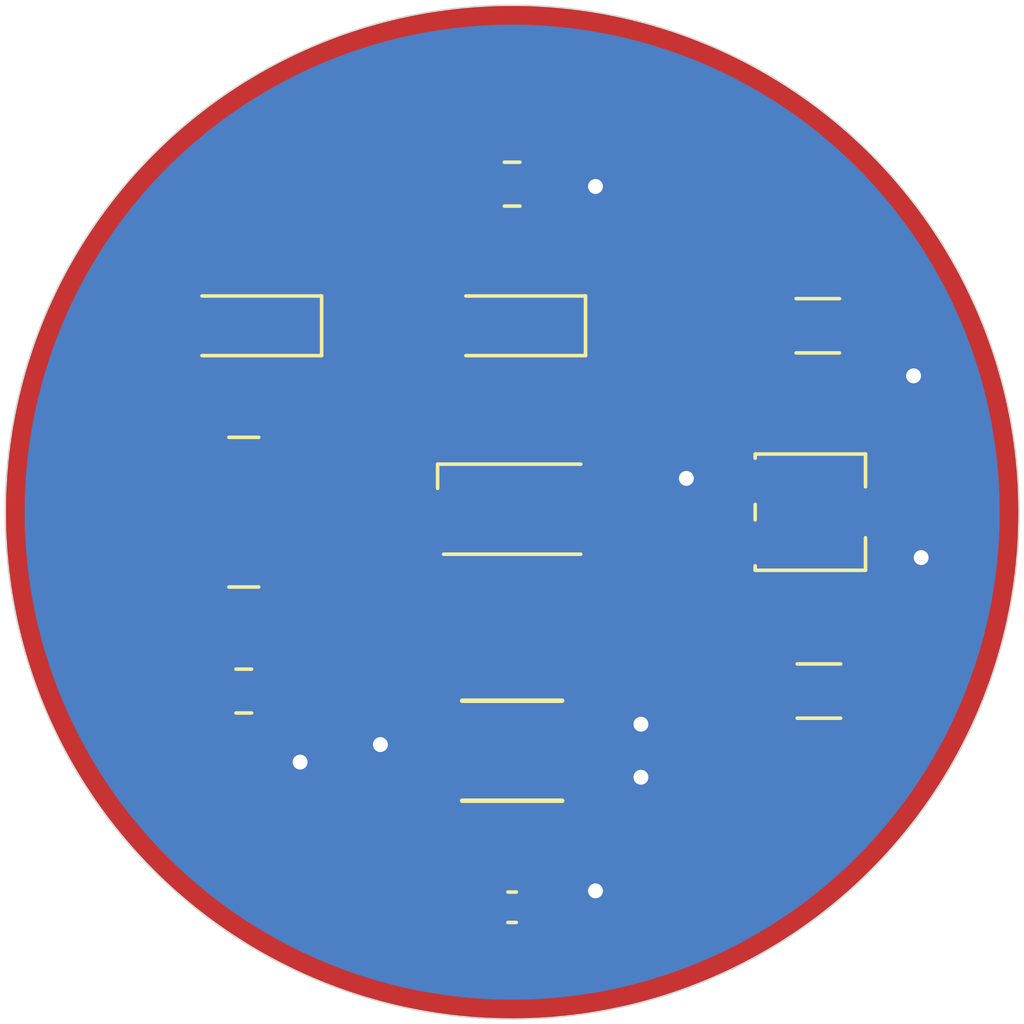
<source format=kicad_pcb>
(kicad_pcb (version 20241229) (generator "pcbnew") (generator_version "9.0")
  (layers (0 "F.Cu" signal) (2 "B.Cu" signal) (13 "F.Paste" user) (15 "B.Paste" user) (5 "F.SilkS" user "F.Silkscreen") (7 "B.SilkS" user "B.Silkscreen") (1 "F.Mask" user) (3 "B.Mask" user) (25 "Edge.Cuts" user))
  (net 0 "")
  (net 1 "GND")
  (net 2 "Net-(D1-K)")
  (net 3 "Net-(U1-REF)")
  (net 4 "Net-(D1-A)")
  (net 5 "+1V5")
  (net 6 "Net-(D2-A)")
  (net 7 "Net-(D2-K)")
  (net 8 "Net-(R2-Pad2)")
  (footprint "LED_SMD:LED_Everlight-SMD3528_3.5x2.8mm_67-21ST" (layer "F.Cu") (at 152.908 126.9)
    (property "Reference" "D3")
    (property "Value" "White (filtered to) 3000k")
  )
  (footprint "Inductor_SMD:L_Coilcraft_LPS5030" (layer "F.Cu") (at 143.908 127)
    (property "Reference" "L1")
    (property "Value" "22u")
  )
  (footprint "ae_footprints:21-0036_U8-1_MXM" (layer "F.Cu") (at 152.908 135 180)
    (property "Reference" "U1")
    (property "Value" "MAX1674")
  )
  (footprint "Resistor_SMD:R_1206_3216Metric" (layer "F.Cu") (at 163.158 120.75)
    (property "Reference" "R1")
    (property "Value" "2k2")
  )
  (footprint "Capacitor_SMD:C_0603_1608Metric" (layer "F.Cu") (at 152.908 140.25)
    (property "Reference" "C3")
    (property "Value" "100n")
  )
  (footprint "Diode_SMD:D_SOD-123" (layer "F.Cu") (at 153.008 120.75 180)
    (property "Reference" "D2")
    (property "Value" "1N4148")
  )
  (footprint "Capacitor_SMD:C_0805_2012Metric" (layer "F.Cu") (at 143.908 133)
    (property "Reference" "C1")
    (property "Value" "10u")
  )
  (footprint "Capacitor_SMD:C_0805_2012Metric" (layer "F.Cu") (at 152.908 116)
    (property "Reference" "C2")
    (property "Value" "10u")
  )
  (footprint "ae_footprints:Potentiometer_Bourns_PVG3G_Horizontal" (layer "F.Cu") (at 162.908 127 180)
    (property "Reference" "RV1")
    (property "Value" "200R")
  )
  (footprint "Diode_SMD:D_SOD-123" (layer "F.Cu") (at 144.158 120.75 180)
    (property "Reference" "D1")
    (property "Value" "MBR0520")
  )
  (footprint "Resistor_SMD:R_1206_3216Metric" (layer "F.Cu") (at 163.1955 133 180)
    (property "Reference" "R2")
    (property "Value" "33R")
  )
  (gr_poly (pts (xy 139.272836 128.733301) (xy 139.294462 128.735542) (xy 139.315727 128.738993) (xy 139.336611 128.743628) (xy 139.357093 128.749422) (xy 139.37715 128.756351) (xy 139.396763 128.764388) (xy 139.41591 128.773509) (xy 139.43457 128.783688) (xy 139.452721 128.794901) (xy 139.470343 128.807122) (xy 139.487415 128.820325) (xy 139.503915 128.834487) (xy 139.519823 128.849581) (xy 139.535117 128.865583) (xy 139.549776 128.882467) (xy 139.563779 128.900208) (xy 139.577106 128.918781) (xy 139.589734 128.938161) (xy 139.601642 128.958322) (xy 139.612811 128.97924) (xy 139.623218 129.000889) (xy 139.632842 129.023244) (xy 139.641663 129.04628) (xy 139.649659 129.069971) (xy 139.656809 129.094293) (xy 139.663092 129.11922) (xy 139.668487 129.144728) (xy 139.672972 129.17079) (xy 139.676493 129.19716) (xy 139.678955 129.223173) (xy 139.680375 129.248806) (xy 139.680772 129.274036) (xy 139.680162 129.298842) (xy 139.678562 129.323201) (xy 139.675991 129.347089) (xy 139.672464 129.370486) (xy 139.668001 129.393367) (xy 139.662617 129.41571) (xy 139.65633 129.437493) (xy 139.649157 129.458694) (xy 139.641117 129.479289) (xy 139.632225 129.499256) (xy 139.6225 129.518573) (xy 139.611958 129.537217) (xy 139.600617 129.555166) (xy 139.588495 129.572396) (xy 139.575608 129.588886) (xy 139.561974 129.604612) (xy 139.547609 129.619553) (xy 139.532533 129.633686) (xy 139.516761 129.646988) (xy 139.500311 129.659436) (xy 139.4832 129.671008) (xy 139.465446 129.681682) (xy 139.447066 129.691434) (xy 139.428078 129.700243) (xy 139.408497 129.708086) (xy 139.388343 129.71494) (xy 139.367632 129.720783) (xy 139.346381 129.725592) (xy 139.325828 129.591108) (xy 139.341226 129.586736) (xy 139.356144 129.581689) (xy 139.370573 129.575981) (xy 139.384508 129.569626) (xy 139.397941 129.562638) (xy 139.410868 129.555031) (xy 139.42328 129.54682) (xy 139.435172 129.538017) (xy 139.446536 129.528638) (xy 139.457368 129.518697) (xy 139.467659 129.508207) (xy 139.477404 129.497183) (xy 139.486596 129.485638) (xy 139.495229 129.473588) (xy 139.503296 129.461045) (xy 139.51079 129.448024) (xy 139.524037 129.420604) (xy 139.534915 129.391441) (xy 139.543375 129.360647) (xy 139.549365 129.328335) (xy 139.552831 129.294617) (xy 139.553723 129.259606) (xy 139.551988 129.223415) (xy 139.547576 129.186155) (xy 139.544213 129.166482) (xy 139.540225 129.147316) (xy 139.535628 129.128669) (xy 139.530437 129.110554) (xy 139.524669 129.092985) (xy 139.518339 129.075973) (xy 139.511465 129.05953) (xy 139.504062 129.04367) (xy 139.496146 129.028406) (xy 139.487733 129.013749) (xy 139.47884 128.999712) (xy 139.469483 128.986309) (xy 139.459677 128.973551) (xy 139.449439 128.961451) (xy 139.438785 128.950021) (xy 139.427731 128.939275) (xy 139.416293 128.929225) (xy 139.404488 128.919883) (xy 139.392331 128.911262) (xy 139.379839 128.903374) (xy 139.367027 128.896233) (xy 139.353913 128.889851) (xy 139.340511 128.88424) (xy 139.326838 128.879413) (xy 139.312911 128.875382) (xy 139.298745 128.872161) (xy 139.284356 128.869761) (xy 139.269761 128.868195) (xy 139.254976 128.867476) (xy 139.240016 128.867617) (xy 139.224899 128.86863) (xy 139.209639 128.870527) (xy 139.19491 128.873238) (xy 139.180806 128.876754) (xy 139.167314 128.881047) (xy 139.15442 128.886088) (xy 139.142109 128.891849) (xy 139.130368 128.898302) (xy 139.119181 128.905419) (xy 139.108536 128.91317) (xy 139.098418 128.921528) (xy 139.088814 128.930465) (xy 139.079708 128.939951) (xy 139.071087 128.94996) (xy 139.062937 128.960462) (xy 139.055243 128.971428) (xy 139.041171 128.994643) (xy 139.028756 129.019378) (xy 139.017886 129.045407) (xy 139.008449 129.072502) (xy 139.000332 129.100437) (xy 138.993423 129.128985) (xy 138.987608 129.157919) (xy 138.982775 129.187013) (xy 138.978812 129.21604) (xy 138.957274 129.383566) (xy 138.952102 129.421684) (xy 138.945721 129.460259) (xy 138.937921 129.498952) (xy 138.928493 129.537426) (xy 138.91723 129.575344) (xy 138.903922 129.612366) (xy 138.896436 129.630436) (xy 138.888361 129.648156) (xy 138.87967 129.665482) (xy 138.870337 129.682374) (xy 138.860337 129.698789) (xy 138.849643 129.714684) (xy 138.838229 129.730018) (xy 138.826069 129.744747) (xy 138.813137 129.758831) (xy 138.799407 129.772226) (xy 138.784853 129.78489) (xy 138.769449 129.796782) (xy 138.753168 129.807858) (xy 138.735984 129.818077) (xy 138.717872 129.827397) (xy 138.698806 129.835775) (xy 138.678758 129.843168) (xy 138.657704 129.849536) (xy 138.635617 129.854834) (xy 138.612471 129.859022) (xy 138.589706 129.86191) (xy 138.567125 129.863597) (xy 138.544754 129.864091) (xy 138.522617 129.863402) (xy 138.50074 129.861536) (xy 138.479149 129.858502) (xy 138.457869 129.85431) (xy 138.436927 129.848966) (xy 138.416346 129.842481) (xy 138.396153 129.834861) (xy 138.376374 129.826115) (xy 138.357033 129.816252) (xy 138.338157 129.805279) (xy 138.31977 129.793207) (xy 138.301899 129.780041) (xy 138.284568 129.765792) (xy 138.267804 129.750467) (xy 138.251632 129.734075) (xy 138.236077 129.716624) (xy 138.221165 129.698122) (xy 138.206921 129.678578) (xy 138.193371 129.658001) (xy 138.180541 129.636398) (xy 138.168455 129.613777) (xy 138.15714 129.590148) (xy 138.14662 129.565518) (xy 138.136922 129.539897) (xy 138.128071 129.513291) (xy 138.120092 129.485711) (xy 138.113011 129.457163) (xy 138.106854 129.427656) (xy 138.101645 129.3972) (xy 138.09773 129.368346) (xy 138.094873 129.340028) (xy 138.09306 129.312262) (xy 138.092276 129.285061) (xy 138.092506 129.25844) (xy 138.093736 129.232413) (xy 138.095951 129.206996) (xy 138.099136 129.182202) (xy 138.103276 129.158046) (xy 138.108356 129.134543) (xy 138.114362 129.111707) (xy 138.121279 129.089553) (xy 138.129091 129.068095) (xy 138.137786 129.047348) (xy 138.147347 129.027326) (xy 138.157759 129.008044) (xy 138.169009 128.989517) (xy 138.181081 128.971758) (xy 138.19396 128.954783) (xy 138.207632 128.938605) (xy 138.222082 128.92324) (xy 138.237296 128.908702) (xy 138.253257 128.895006) (xy 138.269953 128.882165) (xy 138.287367 128.870195) (xy 138.305485 128.859111) (xy 138.324292 128.848925) (xy 138.343774 128.839654) (xy 138.363916 128.831312) (xy 138.384703 128.823913) (xy 138.40612 128.817471) (xy 138.428153 128.812002) (xy 138.44995 128.954664) (xy 138.43354 128.959031) (xy 138.417739 128.964159) (xy 138.402549 128.970029) (xy 138.387968 128.976622) (xy 138.373998 128.983919) (xy 138.360639 128.991902) (xy 138.347892 129.000551) (xy 138.335755 129.009847) (xy 138.32423 129.019772) (xy 138.313318 129.030306) (xy 138.303017 129.04143) (xy 138.29333 129.053126) (xy 138.284255 129.065374) (xy 138.275793 129.078155) (xy 138.267945 129.091451) (xy 138.260711 129.105242) (xy 138.248086 129.134235) (xy 138.237919 129.164981) (xy 138.230215 129.19733) (xy 138.224974 129.231129) (xy 138.222199 129.266227) (xy 138.221893 129.302471) (xy 138.224058 129.339709) (xy 138.228697 129.377791) (xy 138.232284 129.398867) (xy 138.236519 129.419456) (xy 138.241389 129.439538) (xy 138.246879 129.459097) (xy 138.252974 129.478116) (xy 138.259661 129.496578) (xy 138.266925 129.514464) (xy 138.274752 129.531758) (xy 138.283127 129.548442) (xy 138.292037 129.5645) (xy 138.301466 129.579913) (xy 138.311401 129.594665) (xy 138.321826 129.608738) (xy 138.332729 129.622116) (xy 138.344093 129.63478) (xy 138.355906 129.646713) (xy 138.368153 129.657899) (xy 138.380818 129.66832) (xy 138.393889 129.677958) (xy 138.407351 129.686796) (xy 138.421189 129.694818) (xy 138.435389 129.702005) (xy 138.449937 129.70834) (xy 138.464818 129.713807) (xy 138.480018 129.718388) (xy 138.495522 129.722065) (xy 138.511317 129.724821) (xy 138.527388 129.72664) (xy 138.543721 129.727503) (xy 138.560301 129.727394) (xy 138.577114 129.726294) (xy 138.594145 129.724188) (xy 138.608401 129.721625) (xy 138.622059 129.71839) (xy 138.635134 129.714496) (xy 138.64764 129.709952) (xy 138.659593 129.704771) (xy 138.671007 129.698962) (xy 138.681897 129.692536) (xy 138.692276 129.685505) (xy 138.702161 129.677878) (xy 138.711565 129.669668) (xy 138.720502 129.660885) (xy 138.728989 129.651539) (xy 138.744666 129.631204) (xy 138.758712 129.60875) (xy 138.771246 129.584263) (xy 138.782382 129.557831) (xy 138.79224 129.529541) (xy 138.800934 129.499479) (xy 138.808583 129.467732) (xy 138.815302 129.434387) (xy 138.82121 129.39953) (xy 138.826422 129.363249) (xy 138.852103 129.173041) (xy 138.8593 129.127387) (xy 138.868115 129.08395) (xy 138.878585 129.04278) (xy 138.890752 129.003928) (xy 138.897482 128.985387) (xy 138.904652 128.967444) (xy 138.912264 128.950107) (xy 138.920325 128.93338) (xy 138.928839 128.917271) (xy 138.937811 128.901785) (xy 138.947245 128.88693) (xy 138.957147 128.872711) (xy 138.967522 128.859135) (xy 138.978374 128.846208) (xy 138.989708 128.833937) (xy 139.001529 128.822327) (xy 139.013842 128.811386) (xy 139.026652 128.801119) (xy 139.039964 128.791532) (xy 139.053782 128.782633) (xy 139.068112 128.774428) (xy 139.082958 128.766922) (xy 139.098326 128.760122) (xy 139.114219 128.754035) (xy 139.130643 128.748666) (xy 139.147603 128.744023) (xy 139.165104 128.740111) (xy 139.18315 128.736937) (xy 139.206007 128.734088) (xy 139.228587 128.732549) (xy 139.250871 128.732295)) (stroke (width -0.000001)) (fill yes) (layer "F.Cu"))
  (gr_poly (pts (xy 144.299745 137.536339) (xy 144.332577 137.539654) (xy 144.365199 137.544787) (xy 144.397572 137.551742) (xy 144.429656 137.560519) (xy 144.461412 137.571119) (xy 144.4928 137.583544) (xy 144.523781 137.597795) (xy 144.554316 137.613873) (xy 144.584366 137.63178) (xy 144.613891 137.651518) (xy 144.642851 137.673086) (xy 144.670753 137.696117) (xy 144.697009 137.720126) (xy 144.721611 137.745075) (xy 144.744552 137.770926) (xy 144.765823 137.797642) (xy 144.785416 137.825183) (xy 144.803322 137.853513) (xy 144.819534 137.882592) (xy 144.834043 137.912382) (xy 144.84684 137.942847) (xy 144.857919 137.973946) (xy 144.86727 138.005643) (xy 144.874885 138.037899) (xy 144.880756 138.070676) (xy 144.884875 138.103936) (xy 144.887233 138.13764) (xy 144.887823 138.171751) (xy 144.886636 138.206231) (xy 144.883663 138.241041) (xy 144.878897 138.276143) (xy 144.87233 138.3115) (xy 144.863952 138.347072) (xy 144.853757 138.382822) (xy 144.841735 138.418713) (xy 144.827879 138.454704) (xy 144.812179 138.490759) (xy 144.794629 138.52684) (xy 144.77522 138.562908) (xy 144.753943 138.598925) (xy 144.73079 138.634853) (xy 144.705753 138.670654) (xy 144.678824 138.706289) (xy 144.678824 138.706282) (xy 144.650628 138.740924) (xy 144.62182 138.773768) (xy 144.592441 138.804812) (xy 144.562528 138.834055) (xy 144.532121 138.861497) (xy 144.501259 138.887136) (xy 144.469981 138.910971) (xy 144.438326 138.933002) (xy 144.406332 138.953226) (xy 144.374039 138.971643) (xy 144.341486 138.988252) (xy 144.308712 139.003051) (xy 144.275755 139.01604) (xy 144.242655 139.027218) (xy 144.209451 139.036584) (xy 144.176181 139.044135) (xy 144.142885 139.049872) (xy 144.109602 139.053794) (xy 144.07637 139.055898) (xy 144.043229 139.056185) (xy 144.010218 139.054652) (xy 143.977375 139.0513) (xy 143.944739 139.046126) (xy 143.912351 139.03913) (xy 143.880247 139.030311) (xy 143.848468 139.019667) (xy 143.817053 139.007198) (xy 143.78604 138.992902) (xy 143.755468 138.976779) (xy 143.725377 138.958827) (xy 143.695806 138.939046) (xy 143.666792 138.917433) (xy 143.638894 138.894402) (xy 143.612647 138.870393) (xy 143.588059 138.845442) (xy 143.565137 138.819589) (xy 143.543889 138.792872) (xy 143.524323 138.765329) (xy 143.506447 138.736999) (xy 143.490269 138.707919) (xy 143.475795 138.678128) (xy 143.463035 138.647664) (xy 143.451996 138.616566) (xy 143.442685 138.584871) (xy 143.435111 138.552618) (xy 143.42928 138.519846) (xy 143.425202 138.486592) (xy 143.422883 138.452895) (xy 143.422331 138.418793) (xy 143.422481 138.41457) (xy 143.558024 138.41457) (xy 143.558121 138.442347) (xy 143.559667 138.469723) (xy 143.562648 138.49667) (xy 143.567053 138.523161) (xy 143.57287 138.549168) (xy 143.580087 138.574663) (xy 143.588692 138.599618) (xy 143.598673 138.624006) (xy 143.610018 138.647799) (xy 143.622715 138.670969) (xy 143.636752 138.693488) (xy 143.652117 138.715329) (xy 143.668798 138.736463) (xy 143.686783 138.756864) (xy 143.70606 138.776502) (xy 143.726617 138.795351) (xy 143.748442 138.813383) (xy 143.771101 138.830249) (xy 143.794256 138.845703) (xy 143.817878 138.859738) (xy 143.841936 138.872349) (xy 143.866401 138.883528) (xy 143.891242 138.893271) (xy 143.916431 138.90157) (xy 143.941936 138.90842) (xy 143.967728 138.913814) (xy 143.993776 138.917746) (xy 144.020052 138.92021) (xy 144.046524 138.9212) (xy 144.073164 138.920709) (xy 144.09994 138.918732) (xy 144.126824 138.915262) (xy 144.153784 138.910294) (xy 144.180792 138.90382) (xy 144.207817 138.895835) (xy 144.234829 138.886332) (xy 144.261798 138.875306) (xy 144.288695 138.86275) (xy 144.315489 138.848657) (xy 144.34215 138.833023) (xy 144.368648 138.81584) (xy 144.394954 138.797103) (xy 144.421038 138.776805) (xy 144.446869 138.754939) (xy 144.472418 138.731501) (xy 144.497654 138.706484) (xy 144.522548 138.67988) (xy 144.547069 138.651686) (xy 144.571189 138.621893) (xy 144.594326 138.59133) (xy 144.615822 138.560762) (xy 144.635689 138.530217) (xy 144.653942 138.499722) (xy 144.670592 138.469304) (xy 144.685652 138.43899) (xy 144.699135 138.408809) (xy 144.711054 138.378787) (xy 144.721422 138.348951) (xy 144.730251 138.31933) (xy 144.737555 138.28995) (xy 144.743346 138.260839) (xy 144.747636 138.232024) (xy 144.75044 138.203533) (xy 144.751769 138.175393) (xy 144.751636 138.147631) (xy 144.750055 138.120274) (xy 144.747037 138.093351) (xy 144.742596 138.066888) (xy 144.736745 138.040913) (xy 144.729497 138.015452) (xy 144.720863 137.990535) (xy 144.710858 137.966187) (xy 144.699494 137.942436) (xy 144.686783 137.91931) (xy 144.672738 137.896835) (xy 144.657373 137.87504) (xy 144.640701 137.853952) (xy 144.622733 137.833598) (xy 144.603482 137.814005) (xy 144.582963 137.7952) (xy 144.561186 137.777212) (xy 144.538635 137.760427) (xy 144.515579 137.745043) (xy 144.492049 137.731067) (xy 144.468076 137.718506) (xy 144.443688 137.707367) (xy 144.418916 137.697656) (xy 144.39379 137.689381) (xy 144.368341 137.682547) (xy 144.342597 137.677162) (xy 144.31659 137.673233) (xy 144.290349 137.670766) (xy 144.263903 137.669767) (xy 144.237285 137.670245) (xy 144.210522 137.672205) (xy 144.183646 137.675654) (xy 144.156685 137.680599) (xy 144.129672 137.687047) (xy 144.102634 137.695005) (xy 144.075603 137.704479) (xy 144.048608 137.715476) (xy 144.02168 137.728003) (xy 143.994848 137.742067) (xy 143.968143 137.757673) (xy 143.941594 137.77483) (xy 143.915232 137.793544) (xy 143.889086 137.813822) (xy 143.863187 137.83567) (xy 143.837564 137.859095) (xy 143.812248 137.884104) (xy 143.787269 137.910704) (xy 143.762656 137.938901) (xy 143.73844 137.968702) (xy 143.715383 137.999159) (xy 143.693954 138.029632) (xy 143.67414 138.060093) (xy 143.65593 138.090513) (xy 143.639311 138.120866) (xy 143.624272 138.151124) (xy 143.6108 138.181259) (xy 143.598884 138.211242) (xy 143.588512 138.241047) (xy 143.579671 138.270646) (xy 143.57235 138.30001) (xy 143.566537 138.329112) (xy 143.562219 138.357925) (xy 143.559386 138.38642) (xy 143.558024 138.41457) (xy 143.422481 138.41457) (xy 143.423554 138.384325) (xy 143.426561 138.349528) (xy 143.431358 138.314441) (xy 143.437953 138.279102) (xy 143.446355 138.24355) (xy 143.45657 138.207823) (xy 143.468607 138.171958) (xy 143.482474 138.135995) (xy 143.498177 138.099971) (xy 143.515726 138.063925) (xy 143.535127 138.027895) (xy 143.556389 137.99192) (xy 143.579519 137.956037) (xy 143.604525 137.920285) (xy 143.631415 137.884703) (xy 143.65957 137.850113) (xy 143.688342 137.817315) (xy 143.71769 137.78631) (xy 143.747576 137.757099) (xy 143.77796 137.729684) (xy 143.808803 137.704066) (xy 143.840065 137.680247) (xy 143.871708 137.658227) (xy 143.903691 137.638008) (xy 143.935975 137.619591) (xy 143.968522 137.602978) (xy 144.001291 137.58817) (xy 144.034244 137.575169) (xy 144.067341 137.563975) (xy 144.100542 137.554589) (xy 144.133809 137.547014) (xy 144.167101 137.541251) (xy 144.200381 137.5373) (xy 144.233607 137.535164) (xy 144.266742 137.534843)) (stroke (width -0.000001)) (fill yes) (layer "F.Cu"))
  (gr_poly (pts (xy 138.4 130.2) (xy 138.405344 130.200332) (xy 138.410633 130.200927) (xy 138.415859 130.201778) (xy 138.421013 130.202881) (xy 138.426088 130.20423) (xy 138.431075 130.20582) (xy 138.435968 130.207645) (xy 138.440757 130.209699) (xy 138.445435 130.211977) (xy 138.449994 130.214474) (xy 138.454426 130.217184) (xy 138.458723 130.220102) (xy 138.462878 130.223222) (xy 138.466881 130.226539) (xy 138.470726 130.230047) (xy 138.474403 130.233741) (xy 138.477906 130.237615) (xy 138.481227 130.241664) (xy 138.484356 130.245882) (xy 138.487288 130.250265) (xy 138.490012 130.254805) (xy 138.492522 130.259499) (xy 138.49481 130.26434) (xy 138.496868 130.269324) (xy 138.498687 130.274443) (xy 138.500259 130.279694) (xy 138.501578 130.285071) (xy 138.502637 130.290574) (xy 138.503411 130.296061) (xy 138.503905 130.301523) (xy 138.504124 130.306953) (xy 138.504072 130.312344) (xy 138.503755 130.317686) (xy 138.503178 130.322972) (xy 138.502346 130.328195) (xy 138.501264 130.333346) (xy 138.499936 130.338417) (xy 138.498369 130.343401) (xy 138.496567 130.34829) (xy 138.494535 130.353076) (xy 138.492278 130.357751) (xy 138.489801 130.362307) (xy 138.48711 130.366736) (xy 138.484209 130.37103) (xy 138.481103 130.375182) (xy 138.477797 130.379183) (xy 138.474297 130.383027) (xy 138.470607 130.386704) (xy 138.466733 130.390207) (xy 138.462679 130.393528) (xy 138.458451 130.396659) (xy 138.454054 130.399593) (xy 138.449492 130.402321) (xy 138.444771 130.404835) (xy 138.439895 130.407129) (xy 138.434871 130.409193) (xy 138.429702 130.41102) (xy 138.424394 130.412602) (xy 138.418952 130.413931) (xy 138.413514 130.414978) (xy 138.408085 130.415741) (xy 138.402673 130.416227) (xy 138.397285 130.416438) (xy 138.391931 130.416381) (xy 138.386618 130.416061) (xy 138.381355 130.415482) (xy 138.376149 130.414649) (xy 138.37101 130.413567) (xy 138.365946 130.412241) (xy 138.360964 130.410676) (xy 138.356073 130.408878) (xy 138.351281 130.40685) (xy 138.346597 130.404597) (xy 138.342029 130.402126) (xy 138.337585 130.39944) (xy 138.333273 130.396545) (xy 138.329102 130.393445) (xy 138.32508 130.390145) (xy 138.321215 130.386651) (xy 138.317515 130.382967) (xy 138.313989 130.379098) (xy 138.310645 130.375049) (xy 138.307491 130.370826) (xy 138.304535 130.366432) (xy 138.301787 130.361873) (xy 138.299253 130.357154) (xy 138.296942 130.35228) (xy 138.294864 130.347255) (xy 138.293024 130.342085) (xy 138.291433 130.336774) (xy 138.290099 130.331328) (xy 138.290099 130.33132) (xy 138.289055 130.325879) (xy 138.2883 130.320446) (xy 138.287826 130.315029) (xy 138.287629 130.309637) (xy 138.287704 130.304278) (xy 138.288045 130.29896) (xy 138.288646 130.293692) (xy 138.289503 130.288482) (xy 138.290609 130.283339) (xy 138.29196 130.278269) (xy 138.293551 130.273283) (xy 138.295375 130.268388) (xy 138.297428 130.263593) (xy 138.299704 130.258906) (xy 138.302198 130.254334) (xy 138.304905 130.249888) (xy 138.307818 130.245574) (xy 138.310933 130.241401) (xy 138.314245 130.237378) (xy 138.317747 130.233513) (xy 138.321435 130.229813) (xy 138.325304 130.226289) (xy 138.329347 130.222947) (xy 138.33356 130.219796) (xy 138.337937 130.216844) (xy 138.342473 130.214101) (xy 138.347163 130.211573) (xy 138.352 130.20927) (xy 138.356981 130.207199) (xy 138.362099 130.20537) (xy 138.367349 130.20379) (xy 138.372725 130.202467) (xy 138.378227 130.201405) (xy 138.383714 130.200633) (xy 138.389177 130.200145) (xy 138.394608 130.199936)) (stroke (width -0.000001)) (fill yes) (layer "F.Cu"))
  (gr_poly (pts (xy 150.477812 140.32749) (xy 150.507387 140.333582) (xy 150.535847 140.340587) (xy 150.563196 140.348485) (xy 150.589435 140.357254) (xy 150.614566 140.366873) (xy 150.638591 140.377322) (xy 150.661511 140.388579) (xy 150.683328 140.400624) (xy 150.704045 140.413436) (xy 150.723663 140.426993) (xy 150.742183 140.441275) (xy 150.759608 140.456261) (xy 150.775939 140.47193) (xy 150.791179 140.48826) (xy 150.805328 140.505232) (xy 150.818389 140.522823) (xy 150.830364 140.541014) (xy 150.841255 140.559783) (xy 150.851063 140.579109) (xy 150.859789 140.598971) (xy 150.867437 140.619349) (xy 150.874007 140.64022) (xy 150.879502 140.661566) (xy 150.883923 140.683363) (xy 150.887273 140.705593) (xy 150.889552 140.728232) (xy 150.890763 140.751262) (xy 150.890908 140.77466) (xy 150.889988 140.798405) (xy 150.888005 140.822478) (xy 150.884961 140.846856) (xy 150.880858 140.871519) (xy 150.872731 140.9087) (xy 150.862548 140.94428) (xy 150.85033 140.978194) (xy 150.8361 141.010376) (xy 150.819881 141.040762) (xy 150.811032 141.055261) (xy 150.801694 141.069286) (xy 150.79187 141.082829) (xy 150.781562 141.095883) (xy 150.770773 141.108438) (xy 150.759507 141.120487) (xy 150.747765 141.132022) (xy 150.735551 141.143035) (xy 150.722868 141.153517) (xy 150.709717 141.16346) (xy 150.696103 141.172856) (xy 150.682027 141.181697) (xy 150.667493 141.189976) (xy 150.652503 141.197682) (xy 150.637061 141.20481) (xy 150.621168 141.211349) (xy 150.604828 141.217293) (xy 150.588044 141.222633) (xy 150.570817 141.227361) (xy 150.553152 141.231469) (xy 150.535051 141.234948) (xy 150.516516 141.237791) (xy 150.746337 141.943678) (xy 150.586737 141.913878) (xy 150.369681 141.237898) (xy 150.362621 141.237101) (xy 150.355504 141.23621) (xy 150.348332 141.235225) (xy 150.341104 141.234146) (xy 150.33382 141.232974) (xy 150.326479 141.231707) (xy 150.319082 141.230348) (xy 150.311629 141.228895) (xy 149.959181 141.163092) (xy 149.844893 141.774885) (xy 149.706725 141.749083) (xy 149.839834 141.036764) (xy 149.982787 141.036764) (xy 150.331542 141.101881) (xy 150.35349 141.105606) (xy 150.374863 141.108481) (xy 150.39566 141.110514) (xy 150.415881 141.111715) (xy 150.435525 141.112094) (xy 150.454591 141.11166) (xy 150.473078 141.110423) (xy 150.490986 141.10839) (xy 150.508313 141.105573) (xy 150.52506 141.101981) (xy 150.541224 141.097622) (xy 150.556806 141.092506) (xy 150.571805 141.086643) (xy 150.586219 141.080042) (xy 150.600049 141.072712) (xy 150.613292 141.064663) (xy 150.625949 141.055904) (xy 150.638019 141.046444) (xy 150.649501 141.036293) (xy 150.660394 141.025461) (xy 150.670698 141.013956) (xy 150.680411 141.001788) (xy 150.689533 140.988966) (xy 150.698063 140.9755) (xy 150.706001 140.961399) (xy 150.713345 140.946672) (xy 150.720094 140.931329) (xy 150.726249 140.91538) (xy 150.731808 140.898833) (xy 150.73677 140.881698) (xy 150.741135 140.863984) (xy 150.744902 140.845701) (xy 150.747993 140.827272) (xy 150.750327 140.809121) (xy 150.751901 140.79126) (xy 150.752711 140.7737) (xy 150.752753 140.756453) (xy 150.752025 140.739529) (xy 150.750522 140.722941) (xy 150.748241 140.706699) (xy 150.745178 140.690816) (xy 150.74133 140.675301) (xy 150.736694 140.660168) (xy 150.731266 140.645427) (xy 150.725042 140.631089) (xy 150.718019 140.617167) (xy 150.710193 140.603671) (xy 150.701561 140.590613) (xy 150.692119 140.578003) (xy 150.681864 140.565855) (xy 150.670792 140.554178) (xy 150.6589 140.542985) (xy 150.646184 140.532287) (xy 150.63264 140.522094) (xy 150.618266 140.512419) (xy 150.603057 140.503273) (xy 150.587011 140.494668) (xy 150.570123 140.486614) (xy 150.55239 140.479123) (xy 150.533808 140.472207) (xy 150.514375 140.465876) (xy 150.494085 140.460143) (xy 150.472937 140.455018) (xy 150.450926 140.450514) (xy 150.104392 140.385817) (xy 149.982787 141.036764) (xy 149.839834 141.036764) (xy 149.989417 140.236288)) (stroke (width -0.000001)) (fill yes) (layer "F.Cu"))
  (gr_poly (pts (xy 139.325828 129.591108) (xy 139.325827 129.591108) (xy 139.325827 129.591101)) (stroke (width -0.000001)) (fill yes) (layer "F.Cu"))
  (gr_poly (pts (xy 138.896491 131.942521) (xy 138.901742 131.94299) (xy 138.906943 131.943712) (xy 138.912087 131.944683) (xy 138.917166 131.945899) (xy 138.922169 131.947355) (xy 138.92709 131.949047) (xy 138.931919 131.95097) (xy 138.936648 131.953119) (xy 138.941268 131.955491) (xy 138.945771 131.958081) (xy 138.950148 131.960885) (xy 138.954391 131.963897) (xy 138.958491 131.967114) (xy 138.962439 131.970532) (xy 138.966227 131.974144) (xy 138.969847 131.977948) (xy 138.973289 131.981939) (xy 138.976546 131.986112) (xy 138.979608 131.990463) (xy 138.982467 131.994988) (xy 138.985115 131.999681) (xy 138.987543 132.004539) (xy 138.989743 132.009557) (xy 138.991705 132.014731) (xy 138.993426 132.020063) (xy 138.994862 132.025413) (xy 138.996016 132.030773) (xy 138.996893 132.036135) (xy 138.997497 132.041489) (xy 138.997832 132.046828) (xy 138.997902 132.052144) (xy 138.997711 132.057427) (xy 138.997264 132.06267) (xy 138.996563 132.067863) (xy 138.995613 132.072999) (xy 138.994419 132.078069) (xy 138.992984 132.083065) (xy 138.991313 132.087978) (xy 138.989408 132.0928) (xy 138.987276 132.097523) (xy 138.984918 132.102137) (xy 138.982341 132.106636) (xy 138.979546 132.111009) (xy 138.97654 132.115249) (xy 138.973325 132.119348) (xy 138.969906 132.123296) (xy 138.966286 132.127086) (xy 138.96247 132.130709) (xy 138.958463 132.134157) (xy 138.954267 132.137421) (xy 138.949887 132.140493) (xy 138.945327 132.143365) (xy 138.940591 132.146028) (xy 138.935683 132.148473) (xy 138.930607 132.150692) (xy 138.925368 132.152678) (xy 138.920098 132.154382) (xy 138.914802 132.155803) (xy 138.909489 132.156946) (xy 138.904167 132.157814) (xy 138.898846 132.158412) (xy 138.893533 132.158742) (xy 138.888238 132.158809) (xy 138.88297 132.158617) (xy 138.877737 132.158169) (xy 138.872548 132.15747) (xy 138.867413 132.156524) (xy 138.862339 132.155334) (xy 138.857336 132.153904) (xy 138.852412 132.152238) (xy 138.847577 132.150341) (xy 138.842839 132.148215) (xy 138.838207 132.145866) (xy 138.833689 132.143296) (xy 138.829295 132.14051) (xy 138.825033 132.137511) (xy 138.820913 132.134304) (xy 138.816942 132.130892) (xy 138.81313 132.12728) (xy 138.809486 132.123471) (xy 138.806018 132.119468) (xy 138.802735 132.115277) (xy 138.799646 132.110901) (xy 138.79676 132.106343) (xy 138.794086 132.101608) (xy 138.791632 132.0967) (xy 138.789407 132.091622) (xy 138.787421 132.086378) (xy 138.785724 132.081107) (xy 138.784313 132.075808) (xy 138.783184 132.070491) (xy 138.782332 132.065164) (xy 138.781754 132.059835) (xy 138.781446 132.054516) (xy 138.781401 132.049213) (xy 138.781618 132.043936) (xy 138.78209 132.038694) (xy 138.782814 132.033497) (xy 138.783786 132.028352) (xy 138.785001 132.023269) (xy 138.786455 132.018258) (xy 138.788144 132.013326) (xy 138.790063 132.008483) (xy 138.792208 132.003738) (xy 138.794575 131.999099) (xy 138.797159 131.994576) (xy 138.799957 131.990178) (xy 138.802963 131.985914) (xy 138.806173 131.981792) (xy 138.809584 131.977822) (xy 138.813191 131.974013) (xy 138.816989 131.970373) (xy 138.820975 131.966911) (xy 138.825144 131.963637) (xy 138.829491 131.960559) (xy 138.834013 131.957687) (xy 138.838705 131.955029) (xy 138.843563 131.952595) (xy 138.848582 131.950392) (xy 138.853758 131.948431) (xy 138.859091 131.946712) (xy 138.864444 131.945281) (xy 138.869807 131.944136) (xy 138.875173 131.94327) (xy 138.880533 131.942681) (xy 138.885878 131.942362) (xy 138.891201 131.94231)) (stroke (width -0.000001)) (fill yes) (layer "F.Cu"))
  (gr_poly (pts (xy 149.104275 113.91242) (xy 148.632626 114.068624) (xy 148.603715 114.077568) (xy 148.575321 114.085097) (xy 148.547453 114.091236) (xy 148.520122 114.096008) (xy 148.493336 114.099439) (xy 148.467107 114.101551) (xy 148.441443 114.102371) (xy 148.416355 114.101922) (xy 148.391852 114.100228) (xy 148.367944 114.097313) (xy 148.344641 114.093203) (xy 148.321953 114.08792) (xy 148.299889 114.08149) (xy 148.278459 114.073938) (xy 148.257673 114.065286) (xy 148.237541 114.055559) (xy 148.218073 114.044783) (xy 148.199278 114.03298) (xy 148.181166 114.020176) (xy 148.163747 114.006395) (xy 148.147031 113.99166) (xy 148.131027 113.975997) (xy 148.115746 113.959429) (xy 148.101196 113.941982) (xy 148.087389 113.923678) (xy 148.074333 113.904543) (xy 148.062039 113.884601) (xy 148.050516 113.863876) (xy 148.039774 113.842392) (xy 148.029823 113.820175) (xy 148.020673 113.797247) (xy 148.012333 113.773633) (xy 148.004928 113.749708) (xy 147.998581 113.725845) (xy 147.993299 113.70207) (xy 147.989086 113.67841) (xy 147.985951 113.654889) (xy 147.983898 113.631534) (xy 147.982936 113.60837) (xy 147.983039 113.590637) (xy 148.120801 113.590637) (xy 148.1209 113.607514) (xy 148.121798 113.624583) (xy 148.123489 113.641829) (xy 148.125966 113.659235) (xy 148.133255 113.694463) (xy 148.143612 113.730138) (xy 148.156634 113.765051) (xy 148.17184 113.797726) (xy 148.189199 113.828036) (xy 148.198676 113.842262) (xy 148.208679 113.855848) (xy 148.219206 113.868778) (xy 148.23025 113.881034) (xy 148.241809 113.892602) (xy 148.253879 113.903464) (xy 148.266456 113.913604) (xy 148.279536 113.923007) (xy 148.293114 113.931655) (xy 148.307188 113.939533) (xy 148.321753 113.946625) (xy 148.336805 113.952914) (xy 148.35234 113.958383) (xy 148.368354 113.963017) (xy 148.384843 113.9668) (xy 148.401804 113.969714) (xy 148.419233 113.971745) (xy 148.437125 113.972875) (xy 148.455477 113.973088) (xy 148.474284 113.972369) (xy 148.493543 113.9707) (xy 148.51325 113.968067) (xy 148.533401 113.964451) (xy 148.553992 113.959838) (xy 148.575019 113.954211) (xy 148.596478 113.947553) (xy 148.931133 113.836721) (xy 148.711597 113.173841) (xy 148.374798 113.285383) (xy 148.353799 113.29279) (xy 148.333753 113.300778) (xy 148.314653 113.30933) (xy 148.296493 113.31843) (xy 148.279267 113.328061) (xy 148.262967 113.338209) (xy 148.247588 113.348856) (xy 148.233123 113.359987) (xy 148.219565 113.371585) (xy 148.20691 113.383634) (xy 148.195149 113.396118) (xy 148.184277 113.40902) (xy 148.174287 113.422326) (xy 148.165173 113.436018) (xy 148.156929 113.45008) (xy 148.149548 113.464496) (xy 148.143023 113.47925) (xy 148.137349 113.494326) (xy 148.132518 113.509708) (xy 148.128525 113.52538) (xy 148.125364 113.541324) (xy 148.123027 113.557526) (xy 148.121508 113.573969) (xy 148.120801 113.590637) (xy 147.983039 113.590637) (xy 147.983069 113.585423) (xy 147.984304 113.562718) (xy 147.986648 113.540282) (xy 147.990107 113.518141) (xy 147.994687 113.496319) (xy 148.000395 113.474843) (xy 148.007236 113.453738) (xy 148.015219 113.433031) (xy 148.024347 113.412746) (xy 148.034629 113.39291) (xy 148.04607 113.373548) (xy 148.058677 113.354686) (xy 148.072456 113.33635) (xy 148.087414 113.318566) (xy 148.103556 113.301359) (xy 148.120889 113.284755) (xy 148.13942 113.268779) (xy 148.159155 113.253459) (xy 148.1801 113.238818) (xy 148.202261 113.224883) (xy 148.225646 113.21168) (xy 148.250259 113.199235) (xy 148.276109 113.187572) (xy 148.3032 113.176719) (xy 148.331539 113.1667) (xy 148.671902 113.053975) (xy 148.486866 112.495267) (xy 148.620297 112.45107)) (stroke (width -0.000001)) (fill yes) (layer "F.Cu"))
  (gr_poly (pts (xy 141.254614 133.776793) (xy 141.268995 133.803421) (xy 141.281887 133.829817) (xy 141.293313 133.855965) (xy 141.303295 133.881853) (xy 141.311855 133.907465) (xy 141.319014 133.932786) (xy 141.324794 133.957804) (xy 141.329219 133.982503) (xy 141.332308 134.00687) (xy 141.334085 134.030889) (xy 141.334571 134.054547) (xy 141.333789 134.077829) (xy 141.33176 134.10072) (xy 141.328505 134.123208) (xy 141.324048 134.145277) (xy 141.31841 134.166912) (xy 141.311613 134.188101) (xy 141.303679 134.208827) (xy 141.29463 134.229078) (xy 141.284488 134.248838) (xy 141.273274 134.268094) (xy 141.261012 134.286831) (xy 141.247722 134.305035) (xy 141.233426 134.322691) (xy 141.218147 134.339785) (xy 141.201907 134.356303) (xy 141.184727 134.372231) (xy 141.166629 134.387554) (xy 141.147636 134.402257) (xy 141.127769 134.416328) (xy 141.10705 134.42975) (xy 141.085501 134.442511) (xy 141.063465 134.454414) (xy 141.041285 134.465268) (xy 141.018986 134.475061) (xy 140.996591 134.483781) (xy 140.974124 134.491418) (xy 140.95161 134.49796) (xy 140.929072 134.503396) (xy 140.906535 134.507715) (xy 140.884022 134.510905) (xy 140.861557 134.512956) (xy 140.839165 134.513856) (xy 140.816869 134.513594) (xy 140.794694 134.512159) (xy 140.772663 134.50954) (xy 140.750801 134.505724) (xy 140.729131 134.500702) (xy 140.707678 134.494462) (xy 140.686465 134.486992) (xy 140.665517 134.478282) (xy 140.644858 134.46832) (xy 140.624511 134.457095) (xy 140.6045 134.444595) (xy 140.58485 134.430811) (xy 140.565585 134.415729) (xy 140.546728 134.39934) (xy 140.528304 134.381632) (xy 140.510337 134.362593) (xy 140.492851 134.342213) (xy 140.475869 134.32048) (xy 140.459415 134.297384) (xy 140.443515 134.272912) (xy 140.428191 134.247053) (xy 140.251608 133.935003) (xy 139.739386 134.224867) (xy 139.670157 134.102537) (xy 140.076104 133.872816) (xy 140.36151 133.872816) (xy 140.536238 134.181585) (xy 140.547576 134.200742) (xy 140.559299 134.218853) (xy 140.571392 134.235927) (xy 140.58384 134.251973) (xy 140.59663 134.267001) (xy 140.609745 134.281021) (xy 140.623172 134.294041) (xy 140.636896 134.306071) (xy 140.650903 134.31712) (xy 140.665177 134.327199) (xy 140.679705 134.336315) (xy 140.694471 134.344479) (xy 140.709461 134.351699) (xy 140.724661 134.357986) (xy 140.740055 134.363348) (xy 140.755629 134.367795) (xy 140.771369 134.371337) (xy 140.78726 134.373982) (xy 140.803286 134.37574) (xy 140.819435 134.37662) (xy 140.835691 134.376633) (xy 140.852039 134.375786) (xy 140.868464 134.37409) (xy 140.884953 134.371553) (xy 140.901491 134.368186) (xy 140.918062 134.363998) (xy 140.934653 134.358997) (xy 140.951249 134.353194) (xy 140.967834 134.346598) (xy 140.984396 134.339217) (xy 141.017386 134.322142) (xy 141.049113 134.302598) (xy 141.078223 134.281344) (xy 141.104592 134.258438) (xy 141.116712 134.246382) (xy 141.128101 134.233935) (xy 141.138744 134.221101) (xy 141.148627 134.20789) (xy 141.157733 134.194308) (xy 141.166049 134.180361) (xy 141.173558 134.166057) (xy 141.180246 134.151402) (xy 141.186097 134.136405) (xy 141.191097 134.121071) (xy 141.195229 134.105408) (xy 141.19848 134.089423) (xy 141.200833 134.073122) (xy 141.202273 134.056513) (xy 141.202786 134.039603) (xy 141.202357 134.022399) (xy 141.200969 134.004908) (xy 141.198608 133.987136) (xy 141.195259 133.969091) (xy 141.190906 133.95078) (xy 141.185534 133.93221) (xy 141.179129 133.913387) (xy 141.171675 133.894319) (xy 141.163157 133.875013) (xy 141.153559 133.855476) (xy 141.142867 133.835714) (xy 140.969245 133.528906) (xy 140.36151 133.872816) (xy 140.076104 133.872816) (xy 141.009917 133.344381)) (stroke (width -0.000001)) (fill yes) (layer "F.Cu"))
  (gr_circle (center 152.908 127) (end 169.16569 127) (stroke (width 1.5)) (fill no) (layer "F.Cu") (net 5))
  (gr_poly (pts (xy 153.126324 113.371084) (xy 152.985783 113.373182) (xy 152.964779 111.960218) (xy 152.231236 111.97112) (xy 152.229237 111.844854) (xy 153.103313 111.831853)) (stroke (width -0.000001)) (fill yes) (layer "F.Cu"))
  (gr_poly (pts (xy 145.424025 138.280844) (xy 145.200331 139.716124) (xy 145.211875 139.723128) (xy 146.388251 138.870947) (xy 146.526732 138.955748) (xy 145.723105 140.268728) (xy 145.610266 140.199629) (xy 146.258902 139.139876) (xy 146.248641 139.133879) (xy 145.157004 139.922476) (xy 145.048018 139.855772) (xy 145.253645 138.524885) (xy 145.243384 138.518889) (xy 144.594748 139.578642) (xy 144.481917 139.509543) (xy 145.285544 138.196562)) (stroke (width -0.000001)) (fill yes) (layer "F.Cu"))
  (gr_poly (pts (xy 146.409794 115.0361) (xy 145.641736 115.491597) (xy 145.577313 115.382978) (xy 146.224476 114.999181) (xy 145.928868 114.500715) (xy 145.32243 114.860357) (xy 145.258008 114.751744) (xy 145.864445 114.392102) (xy 145.568066 113.892347) (xy 144.907971 114.283811) (xy 144.843548 114.175199) (xy 145.624539 113.712034)) (stroke (width -0.000001)) (fill yes) (layer "F.Cu"))
  (gr_poly (pts (xy 156.6 140.4) (xy 156.618145 140.401077) (xy 156.636279 140.402916) (xy 156.654359 140.405558) (xy 156.67234 140.409044) (xy 156.690179 140.413415) (xy 156.70783 140.418711) (xy 156.725251 140.424974) (xy 156.742396 140.432245) (xy 156.759222 140.440564) (xy 156.775684 140.449972) (xy 156.791738 140.460511) (xy 156.80734 140.472221) (xy 156.822446 140.485143) (xy 156.837011 140.499319) (xy 156.850991 140.514788) (xy 156.864343 140.531592) (xy 156.877022 140.549772) (xy 156.888983 140.569368) (xy 156.900183 140.590422) (xy 156.910577 140.612975) (xy 156.920122 140.637067) (xy 156.928772 140.66274) (xy 156.936484 140.690034) (xy 157.131675 141.449326) (xy 157.002097 141.482628) (xy 156.956595 141.305718) (xy 156.948592 141.307717) (xy 156.943848 141.328755) (xy 156.937512 141.350143) (xy 156.929534 141.371727) (xy 156.919866 141.393349) (xy 156.908457 141.414854) (xy 156.89526 141.436088) (xy 156.880225 141.456893) (xy 156.863302 141.477114) (xy 156.844443 141.496596) (xy 156.823599 141.515183) (xy 156.80072 141.532719) (xy 156.788503 141.541045) (xy 156.775758 141.549049) (xy 156.76248 141.556713) (xy 156.748663 141.564017) (xy 156.7343 141.570941) (xy 156.719386 141.577467) (xy 156.703914 141.583574) (xy 156.687878 141.589243) (xy 156.671272 141.594455) (xy 156.65409 141.59919) (xy 156.654387 141.599289) (xy 156.635371 141.603796) (xy 156.616421 141.607528) (xy 156.597561 141.610484) (xy 156.578817 141.612663) (xy 156.560212 141.614066) (xy 156.541772 141.61469) (xy 156.523519 141.614536) (xy 156.50548 141.613604) (xy 156.487678 141.611892) (xy 156.470138 141.6094) (xy 156.452884 141.606127) (xy 156.43594 141.602073) (xy 156.419332 141.597237) (xy 156.403083 141.591618) (xy 156.387218 141.585217) (xy 156.371761 141.578032) (xy 156.356737 141.570063) (xy 156.34217 141.561309) (xy 156.328085 141.551769) (xy 156.314506 141.541444) (xy 156.301457 141.530331) (xy 156.288964 141.518432) (xy 156.277049 141.505745) (xy 156.265738 141.492269) (xy 156.255056 141.478005) (xy 156.245026 141.46295) (xy 156.235673 141.447106) (xy 156.227022 141.430471) (xy 156.219096 141.413045) (xy 156.211921 141.394826) (xy 156.205521 141.375815) (xy 156.19992 141.356011) (xy 156.195214 141.335569) (xy 156.191748 141.315728) (xy 156.189498 141.296471) (xy 156.18856 141.279918) (xy 156.323727 141.279918) (xy 156.324354 141.291625) (xy 156.325724 141.303606) (xy 156.327845 141.315867) (xy 156.330726 141.328415) (xy 156.334263 141.34086) (xy 156.33834 141.352802) (xy 156.342942 141.364242) (xy 156.348055 141.375179) (xy 156.353664 141.385613) (xy 156.359755 141.395544) (xy 156.366315 141.404972) (xy 156.373329 141.413895) (xy 156.380782 141.422314) (xy 156.388662 141.430229) (xy 156.396953 141.437638) (xy 156.405642 141.444543) (xy 156.414714 141.450942) (xy 156.424155 141.456835) (xy 156.433951 141.462221) (xy 156.444088 141.467102) (xy 156.454552 141.471475) (xy 156.465328 141.475341) (xy 156.476403 141.4787) (xy 156.487761 141.48155) (xy 156.511276 141.485727) (xy 156.535757 141.487868) (xy 156.561092 141.487972) (xy 156.587168 141.486035) (xy 156.613871 141.482055) (xy 156.641089 141.476029) (xy 156.641043 141.476029) (xy 156.66009 141.470662) (xy 156.678455 141.464544) (xy 156.696134 141.457699) (xy 156.713124 141.450151) (xy 156.729419 141.441925) (xy 156.745017 141.433047) (xy 156.759912 141.42354) (xy 156.774101 141.413429) (xy 156.787579 141.402739) (xy 156.800342 141.391495) (xy 156.812386 141.379721) (xy 156.823707 141.367442) (xy 156.834301 141.354682) (xy 156.844163 141.341467) (xy 156.85329 141.327821) (xy 156.861676 141.313768) (xy 156.869318 141.299333) (xy 156.876213 141.284542) (xy 156.882354 141.269418) (xy 156.887739 141.253986) (xy 156.892364 141.238271) (xy 156.896223 141.222298) (xy 156.899313 141.206091) (xy 156.90163 141.189675) (xy 156.903169 141.173075) (xy 156.903926 141.156315) (xy 156.903898 141.139419) (xy 156.90308 141.122414) (xy 156.901467 141.105322) (xy 156.899056 141.08817) (xy 156.895842 141.070981) (xy 156.891822 141.05378) (xy 156.850325 140.892167) (xy 156.847298 140.896604) (xy 156.843547 140.901123) (xy 156.834024 140.910378) (xy 156.822046 140.919869) (xy 156.807904 140.929531) (xy 156.791889 140.939302) (xy 156.774292 140.949118) (xy 156.755403 140.958916) (xy 156.735514 140.968632) (xy 156.693895 140.987567) (xy 156.651764 141.005416) (xy 156.575263 141.035828) (xy 156.541938 141.049483) (xy 156.51072 141.063503) (xy 156.481672 141.077942) (xy 156.454858 141.092855) (xy 156.430343 141.108296) (xy 156.418968 141.116231) (xy 156.408191 141.124318) (xy 156.398021 141.132564) (xy 156.388466 141.140976) (xy 156.379534 141.14956) (xy 156.371232 141.158324) (xy 156.363569 141.167273) (xy 156.356553 141.176415) (xy 156.350191 141.185756) (xy 156.344493 141.195304) (xy 156.339465 141.205065) (xy 156.335116 141.215045) (xy 156.331454 141.225251) (xy 156.328487 141.235691) (xy 156.326222 141.246371) (xy 156.324669 141.257298) (xy 156.323834 141.268477) (xy 156.323727 141.279918) (xy 156.18856 141.279918) (xy 156.18844 141.277785) (xy 156.18855 141.259652) (xy 156.189806 141.242057) (xy 156.192182 141.224985) (xy 156.195655 141.208419) (xy 156.200202 141.192345) (xy 156.205798 141.176747) (xy 156.21242 141.161609) (xy 156.220044 141.146916) (xy 156.228646 141.132652) (xy 156.238203 141.118801) (xy 156.248691 141.105347) (xy 156.260085 141.092276) (xy 156.272363 141.079571) (xy 156.2855 141.067218) (xy 156.314257 141.0435) (xy 156.346166 141.021) (xy 156.381037 140.99959) (xy 156.418681 140.979148) (xy 156.458906 140.959547) (xy 156.501522 140.940663) (xy 156.54634 140.922372) (xy 156.667461 140.875239) (xy 156.692668 140.864896) (xy 156.715702 140.854839) (xy 156.726383 140.849872) (xy 156.736493 140.844921) (xy 156.746026 140.839969) (xy 156.75497 140.834998) (xy 156.763319 140.829988) (xy 156.771062 140.824923) (xy 156.77819 140.819783) (xy 156.784696 140.814551) (xy 156.79057 140.809208) (xy 156.795802 140.803736) (xy 156.800385 140.798118) (xy 156.804309 140.792334) (xy 156.807566 140.786366) (xy 156.810146 140.780197) (xy 156.81204 140.773809) (xy 156.81324 140.767182) (xy 156.813737 140.760299) (xy 156.813522 140.753142) (xy 156.812586 140.745692) (xy 156.81092 140.737931) (xy 156.803916 140.711732) (xy 156.800001 140.697642) (xy 156.795632 140.684049) (xy 156.790811 140.670958) (xy 156.785546 140.658375) (xy 156.779839 140.646305) (xy 156.773697 140.634752) (xy 156.767124 140.623723) (xy 156.760125 140.613223) (xy 156.752705 140.603256) (xy 156.744868 140.593828) (xy 156.736621 140.584944) (xy 156.727967 140.57661) (xy 156.718912 140.568831) (xy 156.70946 140.561611) (xy 156.699617 140.554957) (xy 156.689387 140.548874) (xy 156.678775 140.543366) (xy 156.667787 140.538439) (xy 156.656426 140.534098) (xy 156.644699 140.530349) (xy 156.632609 140.527197) (xy 156.620162 140.524647) (xy 156.607363 140.522704) (xy 156.594216 140.521373) (xy 156.580727 140.52066) (xy 156.566901 140.520571) (xy 156.552741 140.521109) (xy 156.538254 140.522281) (xy 156.523444 140.524092) (xy 156.508316 140.526547) (xy 156.477126 140.53341) (xy 156.462213 140.537498) (xy 156.447774 140.541966) (xy 156.433808 140.546799) (xy 156.420309 140.551985) (xy 156.407276 140.557513) (xy 156.394706 140.563369) (xy 156.382594 140.56954) (xy 156.370937 140.576015) (xy 156.359733 140.582781) (xy 156.348977 140.589825) (xy 156.338668 140.597134) (xy 156.328801 140.604697) (xy 156.319374 140.6125) (xy 156.310382 140.620532) (xy 156.301823 140.628779) (xy 156.293694 140.637229) (xy 156.285992 140.645869) (xy 156.278712 140.654688) (xy 156.265409 140.672808) (xy 156.253759 140.69149) (xy 156.243737 140.710633) (xy 156.235317 140.730137) (xy 156.228472 140.749901) (xy 156.223177 140.769826) (xy 156.219405 140.789811) (xy 156.084952 140.777009) (xy 156.088024 140.758314) (xy 156.091836 140.740138) (xy 156.096367 140.722478) (xy 156.101595 140.705329) (xy 156.107499 140.688688) (xy 156.114057 140.672551) (xy 156.121248 140.656916) (xy 156.129049 140.641776) (xy 156.13744 140.62713) (xy 156.146399 140.612974) (xy 156.155904 140.599303) (xy 156.165934 140.586114) (xy 156.176467 140.573404) (xy 156.187482 140.561168) (xy 156.210871 140.538105) (xy 156.235927 140.516896) (xy 156.262479 140.497511) (xy 156.290353 140.47992) (xy 156.319378 140.464095) (xy 156.349381 140.450004) (xy 156.38019 140.437619) (xy 156.411632 140.42691) (xy 156.443534 140.417847) (xy 156.476416 140.410361) (xy 156.510672 140.404613) (xy 156.545948 140.400932) (xy 156.58189 140.399644)) (stroke (width -0.000001)) (fill yes) (layer "F.Cu"))
  (gr_poly (pts (xy 141.337407 119.930798) (xy 141.262288 120.074719) (xy 139.815175 119.948521) (xy 139.808972 119.960515) (xy 140.738713 121.076603) (xy 140.663503 121.220494) (xy 139.299207 120.507451) (xy 139.360478 120.390202) (xy 140.461644 120.965718) (xy 140.467145 120.95506) (xy 139.606564 119.919224) (xy 139.665753 119.805974) (xy 141.007497 119.921177) (xy 141.012997 119.910519) (xy 139.911832 119.334996) (xy 139.973111 119.217755)) (stroke (width -0.000001)) (fill yes) (layer "F.Cu"))
  (gr_poly (pts (xy 159.141945 139.044764) (xy 159.162739 139.046504) (xy 159.183274 139.049243) (xy 159.20352 139.052969) (xy 159.223449 139.057669) (xy 159.243031 139.063331) (xy 159.262238 139.069943) (xy 159.281041 139.077492) (xy 159.29941 139.085966) (xy 159.317317 139.095352) (xy 159.334733 139.105637) (xy 159.351629 139.11681) (xy 159.367975 139.128858) (xy 159.383744 139.141768) (xy 159.398905 139.155528) (xy 159.41343 139.170125) (xy 159.42729 139.185548) (xy 159.440456 139.201783) (xy 159.4529 139.218817) (xy 159.464591 139.23664) (xy 159.475501 139.255238) (xy 159.485602 139.274598) (xy 159.498673 139.303314) (xy 159.509695 139.332239) (xy 159.51866 139.361701) (xy 159.52556 139.392026) (xy 159.530384 139.423542) (xy 159.533125 139.456574) (xy 159.533773 139.49145) (xy 159.532321 139.528496) (xy 159.528758 139.568041) (xy 159.523076 139.61041) (xy 159.515267 139.65593) (xy 159.505322 139.704929) (xy 159.493231 139.757733) (xy 159.478986 139.81467) (xy 159.443999 139.942246) (xy 159.288977 140.493073) (xy 159.292975 140.502076) (xy 159.976515 140.166604) (xy 160.032118 140.279961) (xy 159.173125 140.701531) (xy 159.12815 140.608834) (xy 159.330542 139.879853) (xy 159.357334 139.779943) (xy 159.368626 139.734826) (xy 159.378457 139.692633) (xy 159.386785 139.653142) (xy 159.393566 139.616128) (xy 159.398758 139.581367) (xy 159.402317 139.548633) (xy 159.4042 139.517704) (xy 159.404364 139.488353) (xy 159.402767 139.460358) (xy 159.399364 139.433494) (xy 159.394114 139.407536) (xy 159.386972 139.382259) (xy 159.377896 139.357441) (xy 159.366843 139.332856) (xy 159.359301 139.318378) (xy 159.351219 139.304561) (xy 159.342616 139.291406) (xy 159.333512 139.278917) (xy 159.323927 139.267094) (xy 159.313881 139.255941) (xy 159.303393 139.24546) (xy 159.292484 139.235652) (xy 159.281172 139.22652) (xy 159.269479 139.218066) (xy 159.257423 139.210293) (xy 159.245025 139.203202) (xy 159.232304 139.196796) (xy 159.21928 139.191077) (xy 159.205974 139.186047) (xy 159.192403 139.181708) (xy 159.17859 139.178063) (xy 159.164553 139.175114) (xy 159.150311 139.172862) (xy 159.135886 139.171311) (xy 159.121297 139.170463) (xy 159.106563 139.170319) (xy 159.091704 139.170881) (xy 159.076741 139.172153) (xy 159.061692 139.174136) (xy 159.046578 139.176832) (xy 159.031419 139.180244) (xy 159.016234 139.184374) (xy 159.001043 139.189224) (xy 158.985866 139.194796) (xy 158.970723 139.201092) (xy 158.955634 139.208115) (xy 158.939973 139.216229) (xy 158.924998 139.224849) (xy 158.910714 139.233955) (xy 158.897122 139.24353) (xy 158.884227 139.253556) (xy 158.872031 139.264015) (xy 158.860539 139.27489) (xy 158.849752 139.286161) (xy 158.839676 139.297811) (xy 158.830312 139.309822) (xy 158.821664 139.322176) (xy 158.813736 139.334855) (xy 158.80653 139.347841) (xy 158.800051 139.361116) (xy 158.794301 139.374661) (xy 158.789283 139.38846) (xy 158.785002 139.402493) (xy 158.78146 139.416744) (xy 158.77866 139.431193) (xy 158.776606 139.445823) (xy 158.775301 139.460616) (xy 158.774748 139.475554) (xy 158.774952 139.490619) (xy 158.775914 139.505792) (xy 158.777639 139.521057) (xy 158.780129 139.536394) (xy 158.783388 139.551786) (xy 158.787419 139.567214) (xy 158.792226 139.582662) (xy 158.797811 139.59811) (xy 158.804179 139.613542) (xy 158.811331 139.628937) (xy 158.690543 139.688241) (xy 158.680617 139.666739) (xy 158.671879 139.645143) (xy 158.664319 139.623481) (xy 158.657924 139.601781) (xy 158.652683 139.580073) (xy 158.648583 139.558385) (xy 158.645613 139.536745) (xy 158.643762 139.515182) (xy 158.643017 139.493725) (xy 158.643368 139.472402) (xy 158.644801 139.451242) (xy 158.647306 139.430273) (xy 158.650871 139.409525) (xy 158.655484 139.389025) (xy 158.661133 139.368802) (xy 158.667806 139.348885) (xy 158.675493 139.329303) (xy 158.684181 139.310084) (xy 158.693858 139.291256) (xy 158.704512 139.272849) (xy 158.716133 139.254891) (xy 158.728708 139.23741) (xy 158.742226 139.220435) (xy 158.756674 139.203995) (xy 158.772042 139.188118) (xy 158.788317 139.172833) (xy 158.805487 139.158168) (xy 158.823542 139.144153) (xy 158.842468 139.130815) (xy 158.862255 139.118184) (xy 158.882891 139.106287) (xy 158.904364 139.095154) (xy 158.926101 139.085078) (xy 158.947898 139.076138) (xy 158.969724 139.068322) (xy 158.991552 139.061618) (xy 159.013352 139.056013) (xy 159.035095 139.051494) (xy 159.056752 139.04805) (xy 159.078295 139.045667) (xy 159.099694 139.044334) (xy 159.12092 139.044037)) (stroke (width -0.000001)) (fill yes) (layer "F.Cu"))
  (gr_poly (pts (xy 140.573895 121.453923) (xy 140.244969 122.284108) (xy 140.127568 122.237599) (xy 140.404721 121.53809) (xy 139.865941 121.32462) (xy 139.606236 121.980099) (xy 139.488835 121.93359) (xy 139.74854 121.278111) (xy 139.208363 121.064084) (xy 138.925672 121.777569) (xy 138.80827 121.73106) (xy 139.142735 120.886898)) (stroke (width -0.000001)) (fill yes) (layer "F.Cu"))
  (gr_poly (pts (xy 142.377179 135.723414) (xy 142.410604 135.725832) (xy 142.443635 135.730021) (xy 142.476232 135.735976) (xy 142.508356 135.743689) (xy 142.539968 135.753156) (xy 142.57103 135.764369) (xy 142.601502 135.777324) (xy 142.631346 135.792012) (xy 142.660523 135.808429) (xy 142.688994 135.826569) (xy 142.71672 135.846424) (xy 142.743662 135.86799) (xy 142.769781 135.891259) (xy 142.795039 135.916226) (xy 142.819396 135.942885) (xy 142.842435 135.970778) (xy 142.863674 135.999321) (xy 142.883112 136.028475) (xy 142.900747 136.0582) (xy 142.916579 136.088457) (xy 142.930607 136.119208) (xy 142.94283 136.150414) (xy 142.953247 136.182035) (xy 142.961857 136.214033) (xy 142.96866 136.246368) (xy 142.973654 136.279001) (xy 142.976839 136.311894) (xy 142.978214 136.345008) (xy 142.977778 136.378304) (xy 142.97553 136.411742) (xy 142.971468 136.445283) (xy 142.965594 136.478889) (xy 142.957904 136.512521) (xy 142.948399 136.546139) (xy 142.937078 136.579706) (xy 142.92394 136.61318) (xy 142.908983 136.646525) (xy 142.892208 136.6797) (xy 142.873613 136.712667) (xy 142.853197 136.745386) (xy 142.830959 136.77782) (xy 142.806899 136.809928) (xy 142.781016 136.841671) (xy 142.753308 136.873012) (xy 142.723776 136.90391) (xy 142.692417 136.934327) (xy 142.659232 136.964224) (xy 142.659224 136.964171) (xy 142.624983 136.992856) (xy 142.590482 137.019659) (xy 142.55576 137.044587) (xy 142.520855 137.067645) (xy 142.485805 137.088841) (xy 142.45065 137.108181) (xy 142.415427 137.12567) (xy 142.380175 137.141315) (xy 142.344933 137.155123) (xy 142.309739 137.167099) (xy 142.274632 137.177251) (xy 142.239649 137.185584) (xy 142.20483 137.192105) (xy 142.170213 137.196819) (xy 142.135837 137.199735) (xy 142.101739 137.200856) (xy 142.067959 137.200191) (xy 142.034535 137.197745) (xy 142.001506 137.193525) (xy 141.968909 137.187537) (xy 141.936784 137.179787) (xy 141.905168 137.170281) (xy 141.874101 137.159027) (xy 141.843621 137.14603) (xy 141.813766 137.131296) (xy 141.784575 137.114832) (xy 141.756087 137.096645) (xy 141.728339 137.076739) (xy 141.70137 137.055123) (xy 141.675219 137.031802) (xy 141.649925 137.006782) (xy 141.625525 136.98007) (xy 141.602488 136.952177) (xy 141.581258 136.923634) (xy 141.561835 136.894482) (xy 141.544218 136.864759) (xy 141.52841 136.834504) (xy 141.514409 136.803756) (xy 141.502216 136.772554) (xy 141.491832 136.740938) (xy 141.483257 136.708946) (xy 141.476491 136.676618) (xy 141.471535 136.643992) (xy 141.468389 136.611108) (xy 141.467054 136.578004) (xy 141.46711 136.574054) (xy 141.602193 136.574054) (xy 141.602984 136.600692) (xy 141.605246 136.627091) (xy 141.608974 136.653224) (xy 141.61416 136.67906) (xy 141.620798 136.704569) (xy 141.628882 136.729723) (xy 141.638404 136.754491) (xy 141.649359 136.778844) (xy 141.66174 136.802753) (xy 141.675541 136.826188) (xy 141.690754 136.84912) (xy 141.707374 136.871519) (xy 141.725394 136.893355) (xy 141.744452 136.9142) (xy 141.764264 136.933754) (xy 141.784804 136.952002) (xy 141.806041 136.968934) (xy 141.827949 136.984539) (xy 141.850498 136.998803) (xy 141.873661 137.011716) (xy 141.89741 137.023266) (xy 141.921715 137.033441) (xy 141.946549 137.042229) (xy 141.971884 137.049618) (xy 141.997691 137.055597) (xy 142.023942 137.060154) (xy 142.050609 137.063278) (xy 142.077664 137.064956) (xy 142.105077 137.065177) (xy 142.132822 137.063929) (xy 142.16087 137.0612) (xy 142.189192 137.056979) (xy 142.21776 137.051254) (xy 142.246547 137.044013) (xy 142.275523 137.035244) (xy 142.304661 137.024936) (xy 142.333932 137.013077) (xy 142.363309 136.999654) (xy 142.392762 136.984658) (xy 142.422263 136.968074) (xy 142.451785 136.949893) (xy 142.481299 136.930102) (xy 142.510776 136.908689) (xy 142.54019 136.885644) (xy 142.56951 136.860953) (xy 142.598013 136.83532) (xy 142.624906 136.809372) (xy 142.650196 136.783138) (xy 142.67389 136.756647) (xy 142.695996 136.729929) (xy 142.716521 136.703013) (xy 142.735472 136.675929) (xy 142.752857 136.648704) (xy 142.768683 136.62137) (xy 142.782959 136.593954) (xy 142.79569 136.566487) (xy 142.806885 136.538998) (xy 142.81655 136.511516) (xy 142.824695 136.484069) (xy 142.831324 136.456689) (xy 142.836447 136.429403) (xy 142.840071 136.402242) (xy 142.842202 136.375234) (xy 142.842849 136.348409) (xy 142.842019 136.321796) (xy 142.839719 136.295424) (xy 142.835956 136.269323) (xy 142.830738 136.243522) (xy 142.824073 136.218051) (xy 142.815968 136.192937) (xy 142.80643 136.168212) (xy 142.795466 136.143904) (xy 142.783084 136.120042) (xy 142.769292 136.096656) (xy 142.754097 136.073775) (xy 142.737506 136.051429) (xy 142.719527 136.029646) (xy 142.700559 136.0089) (xy 142.68083 135.989434) (xy 142.66037 135.971261) (xy 142.639206 135.954393) (xy 142.617366 135.938843) (xy 142.594879 135.924623) (xy 142.571773 135.911744) (xy 142.548075 135.900221) (xy 142.523816 135.890064) (xy 142.499021 135.881286) (xy 142.473721 135.8739) (xy 142.447942 135.867918) (xy 142.421713 135.863351) (xy 142.395063 135.860214) (xy 142.368019 135.858517) (xy 142.34061 135.858273) (xy 142.312864 135.859494) (xy 142.284809 135.862193) (xy 142.256474 135.866383) (xy 142.227886 135.872074) (xy 142.199074 135.879281) (xy 142.170065 135.888014) (xy 142.14089 135.898287) (xy 142.111574 135.910112) (xy 142.082147 135.9235) (xy 142.052637 135.938465) (xy 142.023072 135.955019) (xy 141.993481 135.973173) (xy 141.96389 135.992941) (xy 141.93433 136.014335) (xy 141.904827 136.037366) (xy 141.875411 136.062048) (xy 141.847006 136.087592) (xy 141.820196 136.113459) (xy 141.794975 136.13962) (xy 141.771337 136.166045) (xy 141.749274 136.192705) (xy 141.72878 136.21957) (xy 141.709848 136.246611) (xy 141.692473 136.273798) (xy 141.676648 136.301101) (xy 141.662366 136.328492) (xy 141.64962 136.35594) (xy 141.638405 136.383416) (xy 141.628713 136.410891) (xy 141.620538 136.438334) (xy 141.613874 136.465718) (xy 141.608714 136.493011) (xy 141.605051 136.520184) (xy 141.60288 136.547208) (xy 141.602193 136.574054) (xy 141.46711 136.574054) (xy 141.467529 136.54472) (xy 141.469816 136.511295) (xy 141.473915 136.477767) (xy 141.479825 136.444176) (xy 141.487548 136.410561) (xy 141.497084 136.376961) (xy 141.508433 136.343415) (xy 141.521595 136.309962) (xy 141.536572 136.276641) (xy 141.553362 136.243492) (xy 141.571968 136.210552) (xy 141.592388 136.177862) (xy 141.614624 136.145459) (xy 141.638676 136.113385) (xy 141.664544 136.081676) (xy 141.692228 136.050373) (xy 141.72173 136.019515) (xy 141.753048 135.98914) (xy 141.786185 135.959288) (xy 141.820376 135.930652) (xy 141.854834 135.903892) (xy 141.889518 135.879002) (xy 141.924391 135.855975) (xy 141.959414 135.834805) (xy 141.994546 135.815487) (xy 142.029751 135.798014) (xy 142.064988 135.78238) (xy 142.100219 135.768579) (xy 142.135405 135.756604) (xy 142.170507 135.74645) (xy 142.205486 135.738111) (xy 142.240303 135.73158) (xy 142.27492 135.72685) (xy 142.309298 135.723917) (xy 142.343397 135.722774)) (stroke (width -0.000001)) (fill yes) (layer "F.Cu"))
  (gr_poly (pts (xy 147.559416 139.445456) (xy 147.505065 139.559439) (xy 146.825896 139.235632) (xy 146.576483 139.758742) (xy 147.212905 140.062178) (xy 147.158553 140.176161) (xy 146.522131 139.872732) (xy 146.272078 140.3972) (xy 146.964812 140.727476) (xy 146.91046 140.841467) (xy 146.090849 140.450689) (xy 146.753371 139.061148)) (stroke (width -0.000001)) (fill yes) (layer "F.Cu"))
  (gr_poly (pts (xy 141.754522 117.170353) (xy 141.789278 117.17383) (xy 141.824302 117.179103) (xy 141.859556 117.18618) (xy 141.895001 117.195068) (xy 141.930598 117.205776) (xy 141.966311 117.21831) (xy 142.002099 117.23268) (xy 142.037926 117.248893) (xy 142.073752 117.266956) (xy 142.10954 117.286878) (xy 142.145251 117.308666) (xy 142.180846 117.332328) (xy 142.216288 117.357871) (xy 142.251538 117.385304) (xy 142.285776 117.41399) (xy 142.318207 117.443261) (xy 142.348831 117.473079) (xy 142.377647 117.503403) (xy 142.404655 117.534196) (xy 142.429854 117.565417) (xy 142.453244 117.597029) (xy 142.474824 117.628991) (xy 142.494595 117.661265) (xy 142.512555 117.693812) (xy 142.528705 117.726592) (xy 142.543043 117.759566) (xy 142.555569 117.792696) (xy 142.566284 117.825941) (xy 142.575185 117.859264) (xy 142.582274 117.892625) (xy 142.587549 117.925984) (xy 142.59101 117.959304) (xy 142.592657 117.992544) (xy 142.592489 118.025665) (xy 142.590506 118.058629) (xy 142.586707 118.091396) (xy 142.581092 118.123928) (xy 142.57366 118.156184) (xy 142.564412 118.188127) (xy 142.553346 118.219716) (xy 142.540462 118.250913) (xy 142.525759 118.281679) (xy 142.509238 118.311975) (xy 142.490898 118.341761) (xy 142.470738 118.370998) (xy 142.448758 118.399648) (xy 142.429138 118.42293) (xy 142.408906 118.444974) (xy 142.388095 118.465785) (xy 142.366737 118.485369) (xy 142.344862 118.503732) (xy 142.322504 118.520879) (xy 142.299692 118.536816) (xy 142.27646 118.551548) (xy 142.252839 118.565082) (xy 142.22886 118.577422) (xy 142.204556 118.588575) (xy 142.179958 118.598545) (xy 142.155098 118.60734) (xy 142.130007 118.614963) (xy 142.104717 118.621422) (xy 142.079261 118.626721) (xy 142.053669 118.630867) (xy 142.027973 118.633864) (xy 142.002206 118.635719) (xy 141.976398 118.636437) (xy 141.924789 118.634484) (xy 141.8734 118.628052) (xy 141.822486 118.617184) (xy 141.772298 118.601927) (xy 141.723093 118.582325) (xy 141.675122 118.558423) (xy 141.763875 118.448445) (xy 141.781888 118.457302) (xy 141.800164 118.465325) (xy 141.818677 118.472515) (xy 141.837402 118.478872) (xy 141.856313 118.484394) (xy 141.875386 118.489082) (xy 141.894596 118.492935) (xy 141.913918 118.495952) (xy 141.933325 118.498133) (xy 141.952794 118.499478) (xy 141.972299 118.499985) (xy 141.991816 118.499655) (xy 142.011318 118.498488) (xy 142.030781 118.496482) (xy 142.05018 118.493637) (xy 142.069489 118.489953) (xy 142.088684 118.485429) (xy 142.10774 118.480065) (xy 142.126631 118.473861) (xy 142.145332 118.466815) (xy 142.163818 118.458928) (xy 142.182064 118.450199) (xy 142.200045 118.440627) (xy 142.217737 118.430213) (xy 142.235112 118.418955) (xy 142.252148 118.406853) (xy 142.268818 118.393907) (xy 142.285097 118.380116) (xy 142.300961 118.36548) (xy 142.316384 118.349998) (xy 142.331341 118.33367) (xy 142.345807 118.316495) (xy 142.362354 118.294925) (xy 142.377628 118.272777) (xy 142.391612 118.250082) (xy 142.404292 118.22687) (xy 142.41565 118.203172) (xy 142.425673 118.179018) (xy 142.434344 118.154439) (xy 142.441647 118.129465) (xy 142.447567 118.104127) (xy 142.452089 118.078456) (xy 142.455196 118.052482) (xy 142.456873 118.026235) (xy 142.457104 117.999746) (xy 142.455874 117.973046) (xy 142.453167 117.946165) (xy 142.448968 117.919134) (xy 142.44326 117.891983) (xy 142.436028 117.864743) (xy 142.427257 117.837444) (xy 142.416931 117.810117) (xy 142.405034 117.782792) (xy 142.391551 117.7555) (xy 142.376466 117.728272) (xy 142.359763 117.701137) (xy 142.341427 117.674127) (xy 142.321441 117.647272) (xy 142.299792 117.620603) (xy 142.276462 117.59415) (xy 142.251436 117.567943) (xy 142.224699 117.542014) (xy 142.196235 117.516392) (xy 142.166028 117.491109) (xy 142.13485 117.466819) (xy 142.103722 117.444315) (xy 142.072668 117.423573) (xy 142.041716 117.404573) (xy 142.01089 117.387291) (xy 141.980218 117.371706) (xy 141.949724 117.357795) (xy 141.919435 117.345536) (xy 141.889376 117.334906) (xy 141.859574 117.325884) (xy 141.830055 117.318448) (xy 141.800844 117.312574) (xy 141.771967 117.308241) (xy 141.743451 117.305427) (xy 141.71532 117.30411) (xy 141.687602 117.304266) (xy 141.660321 117.305874) (xy 141.633505 117.308912) (xy 141.607178 117.313358) (xy 141.581367 117.319188) (xy 141.556098 117.326382) (xy 141.531396 117.334916) (xy 141.507287 117.344769) (xy 141.483798 117.355918) (xy 141.460955 117.368341) (xy 141.438782 117.382016) (xy 141.417307 117.396921) (xy 141.396554 117.413033) (xy 141.376551 117.43033) (xy 141.357322 117.44879) (xy 141.338895 117.468391) (xy 141.321294 117.48911) (xy 141.307549 117.506865) (xy 141.294731 117.52492) (xy 141.282837 117.543249) (xy 141.271859 117.56183) (xy 141.261792 117.580637) (xy 141.252632 117.599647) (xy 141.244372 117.618836) (xy 141.237008 117.638178) (xy 141.230534 117.657651) (xy 141.224944 117.677229) (xy 141.220233 117.696889) (xy 141.216396 117.716607) (xy 141.213428 117.736357) (xy 141.211322 117.756117) (xy 141.210073 117.775862) (xy 141.209677 117.795567) (xy 141.210127 117.815209) (xy 141.211418 117.834764) (xy 141.213545 117.854206) (xy 141.216503 117.873513) (xy 141.220285 117.892659) (xy 141.224887 117.911621) (xy 141.230303 117.930374) (xy 141.236528 117.948894) (xy 141.243557 117.967158) (xy 141.251383 117.98514) (xy 141.260002 118.002817) (xy 141.269407 118.020164) (xy 141.279595 118.037158) (xy 141.290559 118.053773) (xy 141.302293 118.069987) (xy 141.314793 118.085774) (xy 141.226003 118.195714) (xy 141.192638 118.153927) (xy 141.163192 118.110007) (xy 141.137764 118.064195) (xy 141.116455 118.016732) (xy 141.099365 117.967859) (xy 141.086593 117.917816) (xy 141.07824 117.866843) (xy 141.075752 117.841084) (xy 141.074405 117.815183) (xy 141.074214 117.789169) (xy 141.07519 117.763074) (xy 141.077345 117.736927) (xy 141.080693 117.710759) (xy 141.085245 117.684598) (xy 141.091014 117.658477) (xy 141.098013 117.632424) (xy 141.106255 117.606469) (xy 141.115751 117.580643) (xy 141.126514 117.554977) (xy 141.138557 117.529499) (xy 141.151892 117.50424) (xy 141.166531 117.47923) (xy 141.182488 117.454499) (xy 141.199775 117.430077) (xy 141.218404 117.405995) (xy 141.241786 117.378478) (xy 141.266125 117.352616) (xy 141.291384 117.328417) (xy 141.317523 117.30589) (xy 141.344506 117.285042) (xy 141.372292 117.26588) (xy 141.400845 117.248414) (xy 141.430126 117.232649) (xy 141.460095 117.218595) (xy 141.490716 117.206259) (xy 141.52195 117.195648) (xy 141.553758 117.186772) (xy 141.586102 117.179636) (xy 141.618943 117.17425) (xy 141.652245 117.170621) (xy 141.685967 117.168756) (xy 141.720073 117.168665)) (stroke (width -0.000001)) (fill yes) (layer "F.Cu"))
  (gr_poly (pts (xy 148.7293 139.893774) (xy 148.685042 140.012037) (xy 148.228163 139.841047) (xy 147.73284 141.164518) (xy 147.601195 141.115217) (xy 148.096518 139.791746) (xy 147.639639 139.620756) (xy 147.683905 139.502516)) (stroke (width -0.000001)) (fill yes) (layer "F.Cu"))
  (gr_poly (pts (xy 149.765143 140.184096) (xy 149.731291 140.305754) (xy 149.006415 140.104086) (xy 148.85108 140.662405) (xy 149.530341 140.851385) (xy 149.496489 140.973044) (xy 148.817229 140.784063) (xy 148.66149 141.343832) (xy 149.400855 141.549536) (xy 149.367003 141.671194) (xy 148.492224 141.427824) (xy 148.904845 139.944754)) (stroke (width -0.000001)) (fill yes) (layer "F.Cu"))
  (gr_poly (pts (xy 140.131987 131.245711) (xy 140.010497 131.280111) (xy 139.805342 130.556212) (xy 139.247771 130.714224) (xy 139.440009 131.392561) (xy 139.318518 131.426962) (xy 139.12628 130.748625) (xy 138.567267 130.907057) (xy 138.776518 131.645414) (xy 138.655028 131.679815) (xy 138.407454 130.806219) (xy 139.88851 130.386572)) (stroke (width -0.000001)) (fill yes) (layer "F.Cu"))
  (gr_poly (pts (xy 151.564129 113.441289) (xy 151.414616 113.45696) (xy 150.965018 112.533918) (xy 151.113873 112.533918) (xy 151.465115 113.26801) (xy 151.475582 113.266912) (xy 151.667072 112.475965) (xy 151.113873 112.533918) (xy 150.965018 112.533918) (xy 150.6973 111.984281) (xy 150.843823 111.968931) (xy 151.055859 112.41303) (xy 151.698765 112.345678) (xy 151.814167 111.867277) (xy 151.96069 111.851926)) (stroke (width -0.000001)) (fill yes) (layer "F.Cu"))
  (gr_poly (pts (xy 160.19763 138.47189) (xy 160.224977 138.475462) (xy 160.252358 138.480811) (xy 160.279754 138.487927) (xy 160.307147 138.496803) (xy 160.334518 138.507429) (xy 160.36185 138.519796) (xy 160.389124 138.533896) (xy 160.416322 138.549719) (xy 160.443425 138.567257) (xy 160.470415 138.586501) (xy 160.497274 138.607442) (xy 160.523982 138.630071) (xy 160.550523 138.65438) (xy 160.576877 138.680359) (xy 160.603026 138.707999) (xy 160.628952 138.737293) (xy 160.654636 138.76823) (xy 160.680061 138.800803) (xy 160.705207 138.835001) (xy 160.730056 138.870817) (xy 160.778792 138.947266) (xy 160.802139 138.987036) (xy 160.823909 139.02633) (xy 160.844103 139.065128) (xy 160.862722 139.103413) (xy 160.879766 139.141164) (xy 160.895236 139.178363) (xy 160.909132 139.214991) (xy 160.921456 139.251029) (xy 160.932207 139.286459) (xy 160.941387 139.321261) (xy 160.948996 139.355417) (xy 160.955035 139.388907) (xy 160.959505 139.421713) (xy 160.962405 139.453817) (xy 160.963738 139.485198) (xy 160.963503 139.515838) (xy 160.9617 139.545719) (xy 160.958332 139.574821) (xy 160.953398 139.603126) (xy 160.9469 139.630614) (xy 160.938837 139.657267) (xy 160.92921 139.683066) (xy 160.918021 139.707992) (xy 160.905269 139.732026) (xy 160.890956 139.755149) (xy 160.875081 139.777343) (xy 160.857647 139.798588) (xy 160.838652 139.818865) (xy 160.818099 139.838157) (xy 160.795987 139.856443) (xy 160.772318 139.873705) (xy 160.747092 139.889924) (xy 160.720983 139.90468) (xy 160.694678 139.917572) (xy 160.668192 139.928609) (xy 160.641544 139.937798) (xy 160.61475 139.945149) (xy 160.587827 139.950669) (xy 160.560792 139.954366) (xy 160.533663 139.956248) (xy 160.506455 139.956325) (xy 160.479187 139.954604) (xy 160.451875 139.951093) (xy 160.424537 139.9458) (xy 160.397189 139.938734) (xy 160.369848 139.929903) (xy 160.342531 139.919316) (xy 160.315256 139.906979) (xy 160.288039 139.892903) (xy 160.260897 139.877094) (xy 160.233848 139.859561) (xy 160.206908 139.840312) (xy 160.180095 139.819356) (xy 160.153425 139.796701) (xy 160.126916 139.772354) (xy 160.100584 139.746325) (xy 160.074447 139.718621) (xy 160.048521 139.68925) (xy 160.022823 139.658222) (xy 159.997371 139.625543) (xy 159.972182 139.591223) (xy 159.947273 139.555269) (xy 159.89836 139.478493) (xy 159.875119 139.438891) (xy 159.853449 139.399739) (xy 159.833349 139.361058) (xy 159.814818 139.322869) (xy 159.797855 139.285192) (xy 159.78246 139.248047) (xy 159.768632 139.211454) (xy 159.75637 139.175434) (xy 159.745673 139.140008) (xy 159.736542 139.105196) (xy 159.728974 139.071017) (xy 159.72297 139.037494) (xy 159.718528 139.004645) (xy 159.715648 138.972491) (xy 159.714329 138.941053) (xy 159.714371 138.935692) (xy 159.847203 138.935692) (xy 159.850883 138.986288) (xy 159.859488 139.039554) (xy 159.873022 139.095364) (xy 159.891494 139.153593) (xy 159.91491 139.214117) (xy 159.943277 139.27681) (xy 159.976602 139.341547) (xy 160.014891 139.408204) (xy 160.056055 139.473233) (xy 160.097783 139.532918) (xy 160.118825 139.560742) (xy 160.139969 139.587214) (xy 160.1612 139.612326) (xy 160.182507 139.636073) (xy 160.203875 139.658451) (xy 160.225291 139.679452) (xy 160.246742 139.699072) (xy 160.268215 139.717304) (xy 160.289697 139.734143) (xy 160.311174 139.749584) (xy 160.332633 139.763619) (xy 160.354062 139.776245) (xy 160.375446 139.787454) (xy 160.396772 139.797242) (xy 160.418028 139.805603) (xy 160.439199 139.81253) (xy 160.460274 139.818019) (xy 160.481238 139.822063) (xy 160.502078 139.824657) (xy 160.522781 139.825795) (xy 160.543335 139.825471) (xy 160.563724 139.82368) (xy 160.583938 139.820416) (xy 160.603961 139.815673) (xy 160.623781 139.809446) (xy 160.643385 139.801728) (xy 160.66276 139.792515) (xy 160.681891 139.7818) (xy 160.681952 139.7818) (xy 160.700347 139.76987) (xy 160.717528 139.757026) (xy 160.733492 139.743281) (xy 160.748239 139.72865) (xy 160.761768 139.713148) (xy 160.774078 139.696788) (xy 160.785167 139.679585) (xy 160.795035 139.661554) (xy 160.803679 139.642709) (xy 160.8111 139.623064) (xy 160.817295 139.602633) (xy 160.822264 139.581431) (xy 160.826006 139.559472) (xy 160.828519 139.536771) (xy 160.829855 139.489198) (xy 160.826262 139.438828) (xy 160.817732 139.385775) (xy 160.804256 139.330155) (xy 160.785823 139.27208) (xy 160.762426 139.211668) (xy 160.734055 139.149032) (xy 160.7007 139.084287) (xy 160.662352 139.017548) (xy 160.621232 138.952595) (xy 160.579496 138.892929) (xy 160.558432 138.865095) (xy 160.537257 138.838603) (xy 160.515984 138.813459) (xy 160.494629 138.78967) (xy 160.473204 138.767242) (xy 160.451726 138.746181) (xy 160.430207 138.726494) (xy 160.408661 138.708188) (xy 160.387104 138.691269) (xy 160.36555 138.675744) (xy 160.344012 138.661618) (xy 160.322505 138.6489) (xy 160.301043 138.637594) (xy 160.27964 138.627709) (xy 160.25831 138.619249) (xy 160.237069 138.612222) (xy 160.215929 138.606635) (xy 160.194906 138.602493) (xy 160.174013 138.599803) (xy 160.153265 138.598572) (xy 160.132675 138.598807) (xy 160.112259 138.600513) (xy 160.09203 138.603697) (xy 160.072002 138.608367) (xy 160.052191 138.614527) (xy 160.032609 138.622186) (xy 160.013272 138.631348) (xy 159.994193 138.642022) (xy 159.975853 138.653926) (xy 159.958729 138.666762) (xy 159.942823 138.680516) (xy 159.928135 138.695172) (xy 159.914666 138.710714) (xy 159.902417 138.727127) (xy 159.891388 138.744394) (xy 159.881581 138.762501) (xy 159.872997 138.781431) (xy 159.865635 138.801169) (xy 159.859498 138.8217) (xy 159.854586 138.843007) (xy 159.850899 138.865076) (xy 159.848439 138.88789) (xy 159.847203 138.935692) (xy 159.714371 138.935692) (xy 159.714571 138.910351) (xy 159.716372 138.880405) (xy 159.719732 138.851236) (xy 159.724651 138.822864) (xy 159.731127 138.795309) (xy 159.739159 138.768593) (xy 159.748748 138.742734) (xy 159.759892 138.717755) (xy 159.772591 138.693674) (xy 159.786844 138.670512) (xy 159.80265 138.648291) (xy 159.820008 138.627029) (xy 159.838918 138.606748) (xy 159.859379 138.587468) (xy 159.88139 138.569209) (xy 159.904951 138.551991) (xy 159.93006 138.535836) (xy 159.956059 138.521154) (xy 159.982276 138.508337) (xy 160.008691 138.497377) (xy 160.035288 138.488264) (xy 160.062046 138.48099) (xy 160.088948 138.475546) (xy 160.115976 138.471922) (xy 160.143112 138.470111) (xy 160.170336 138.470103)) (stroke (width -0.000001)) (fill yes) (layer "F.Cu"))
  (gr_poly (pts (xy 157.696535 140.068798) (xy 157.719728 140.070506) (xy 157.74286 140.073398) (xy 157.765894 140.077492) (xy 157.788792 140.082805) (xy 157.811516 140.089355) (xy 157.834029 140.097159) (xy 157.856292 140.106236) (xy 157.878268 140.116602) (xy 157.899919 140.128275) (xy 157.921208 140.141272) (xy 157.942096 140.155612) (xy 157.962546 140.171311) (xy 157.982519 140.188388) (xy 158.001979 140.20686) (xy 158.020888 140.226743) (xy 158.039207 140.248057) (xy 158.056899 140.270818) (xy 158.073926 140.295044) (xy 158.09025 140.320752) (xy 158.105834 140.347961) (xy 158.12064 140.376687) (xy 158.13463 140.406948) (xy 158.147766 140.438762) (xy 158.16001 140.472146) (xy 158.181609 140.534646) (xy 157.368697 140.815003) (xy 157.377692 140.838067) (xy 157.387287 140.860322) (xy 157.397467 140.881758) (xy 157.408217 140.902365) (xy 157.419524 140.922132) (xy 157.431372 140.941051) (xy 157.443748 140.959111) (xy 157.456636 140.976301) (xy 157.470022 140.992613) (xy 157.483892 141.008036) (xy 157.498231 141.022561) (xy 157.513025 141.036176) (xy 157.528259 141.048873) (xy 157.543919 141.060641) (xy 157.559989 141.07147) (xy 157.576457 141.081351) (xy 157.593306 141.090273) (xy 157.610523 141.098227) (xy 157.628094 141.105202) (xy 157.646002 141.111188) (xy 157.664235 141.116177) (xy 157.682778 141.120156) (xy 157.701615 141.123118) (xy 157.720734 141.125051) (xy 157.740118 141.125946) (xy 157.759754 141.125793) (xy 157.779627 141.124581) (xy 157.799723 141.122302) (xy 157.820026 141.118944) (xy 157.840523 141.114498) (xy 157.8612 141.108955) (xy 157.882041 141.102303) (xy 157.896321 141.097115) (xy 157.910112 141.091578) (xy 157.923419 141.085704) (xy 157.936244 141.079503) (xy 157.948593 141.072988) (xy 157.960469 141.066171) (xy 157.971876 141.059063) (xy 157.982817 141.051676) (xy 157.993297 141.044022) (xy 158.00332 141.036113) (xy 158.012888 141.02796) (xy 158.022007 141.019575) (xy 158.03068 141.01097) (xy 158.038911 141.002156) (xy 158.054062 140.983951) (xy 158.067491 140.965054) (xy 158.079229 140.945558) (xy 158.089307 140.925557) (xy 158.097756 140.905147) (xy 158.104607 140.88442) (xy 158.109891 140.863471) (xy 158.113639 140.842394) (xy 158.115882 140.821282) (xy 158.249449 140.819283) (xy 158.247774 140.848364) (xy 158.243654 140.877639) (xy 158.237077 140.906948) (xy 158.228029 140.936131) (xy 158.216498 140.96503) (xy 158.20247 140.993484) (xy 158.185932 141.021334) (xy 158.166871 141.04842) (xy 158.145274 141.074583) (xy 158.13352 141.087268) (xy 158.121127 141.099663) (xy 158.108094 141.111747) (xy 158.094419 141.1235) (xy 158.080099 141.134903) (xy 158.065134 141.145935) (xy 158.049522 141.156577) (xy 158.033262 141.166808) (xy 158.01635 141.176609) (xy 157.998787 141.18596) (xy 157.98057 141.19484) (xy 157.961698 141.203231) (xy 157.942169 141.211111) (xy 157.921981 141.218461) (xy 157.92195 141.218163) (xy 157.893408 141.227254) (xy 157.865089 141.234782) (xy 157.837014 141.240765) (xy 157.809206 141.245221) (xy 157.781688 141.248171) (xy 157.754482 141.249633) (xy 157.727611 141.249626) (xy 157.701098 141.248169) (xy 157.674965 141.245281) (xy 157.649234 141.240981) (xy 157.623928 141.235289) (xy 157.59907 141.228222) (xy 157.574683 141.219801) (xy 157.550788 141.210043) (xy 157.527409 141.198969) (xy 157.504568 141.186597) (xy 157.482287 141.172946) (xy 157.46059 141.158036) (xy 157.439498 141.141884) (xy 157.419034 141.124511) (xy 157.399221 141.105935) (xy 157.380082 141.086175) (xy 157.361639 141.06525) (xy 157.343914 141.043179) (xy 157.32693 141.019981) (xy 157.31071 140.995676) (xy 157.295276 140.970282) (xy 157.28065 140.943818) (xy 157.266857 140.916304) (xy 157.253917 140.887757) (xy 157.241853 140.858198) (xy 157.230689 140.827645) (xy 157.220671 140.796751) (xy 157.211976 140.766044) (xy 157.204594 140.735558) (xy 157.198515 140.705325) (xy 157.193728 140.675378) (xy 157.190221 140.645752) (xy 157.187984 140.616477) (xy 157.187006 140.587588) (xy 157.187013 140.586792) (xy 157.313305 140.586792) (xy 157.316037 140.625511) (xy 157.321905 140.664499) (xy 157.330931 140.70353) (xy 158.013816 140.468026) (xy 158.006666 140.448591) (xy 157.998833 140.429736) (xy 157.990338 140.411477) (xy 157.981204 140.39383) (xy 157.971452 140.376809) (xy 157.961103 140.36043) (xy 157.950178 140.34471) (xy 157.9387 140.329663) (xy 157.92669 140.315305) (xy 157.914168 140.301651) (xy 157.901158 140.288718) (xy 157.88768 140.276521) (xy 157.873757 140.265075) (xy 157.859408 140.254396) (xy 157.844657 140.2445) (xy 157.829524 140.235402) (xy 157.814031 140.227117) (xy 157.7982 140.219662) (xy 157.782051 140.213052) (xy 157.765608 140.207302) (xy 157.748891 140.202428) (xy 157.731921 140.198445) (xy 157.71472 140.19537) (xy 157.697311 140.193217) (xy 157.679713 140.192003) (xy 157.66195 140.191743) (xy 157.644041 140.192452) (xy 157.62601 140.194146) (xy 157.607877 140.19684) (xy 157.589664 140.200551) (xy 157.571393 140.205293) (xy 157.553084 140.211083) (xy 157.53472 140.217964) (xy 157.517066 140.225677) (xy 157.500123 140.234193) (xy 157.483895 140.243486) (xy 157.468384 140.253525) (xy 157.453593 140.264283) (xy 157.439526 140.275732) (xy 157.426184 140.287843) (xy 157.413571 140.300588) (xy 157.401689 140.313939) (xy 157.390542 140.327867) (xy 157.380131 140.342343) (xy 157.37046 140.357341) (xy 157.361531 140.37283) (xy 157.353347 140.388784) (xy 157.345912 140.405173) (xy 157.333296 140.439145) (xy 157.323705 140.474519) (xy 157.317161 140.51107) (xy 157.313687 140.548569) (xy 157.313305 140.586792) (xy 157.187013 140.586792) (xy 157.187277 140.559118) (xy 157.188785 140.531098) (xy 157.191521 140.503564) (xy 157.195472 140.476546) (xy 157.20063 140.450079) (xy 157.206981 140.424196) (xy 157.214517 140.398929) (xy 157.223226 140.374311) (xy 157.233098 140.350376) (xy 157.244121 140.327156) (xy 157.256285 140.304684) (xy 157.269579 140.282994) (xy 157.283993 140.262118) (xy 157.299516 140.242089) (xy 157.316136 140.222941) (xy 157.333843 140.204706) (xy 157.352627 140.187418) (xy 157.372477 140.171108) (xy 157.393381 140.155811) (xy 157.41533 140.14156) (xy 157.438312 140.128386) (xy 157.462316 140.116324) (xy 157.487333 140.105406) (xy 157.51335 140.095666) (xy 157.535667 140.088531) (xy 157.558225 140.08244) (xy 157.580987 140.07741) (xy 157.603915 140.07346) (xy 157.626972 140.070606) (xy 157.650119 140.068866) (xy 157.67332 140.068257)) (stroke (width -0.000001)) (fill yes) (layer "F.Cu"))
  (gr_poly (pts (xy 143.330533 117.377393) (xy 143.225369 117.484815) (xy 142.081106 116.965672) (xy 142.405095 116.965672) (xy 143.143818 117.307065) (xy 143.15112 117.299565) (xy 142.794156 116.568234) (xy 142.405095 116.965672) (xy 142.081106 116.965672) (xy 141.733632 116.808026) (xy 141.836697 116.702756) (xy 142.283246 116.909574) (xy 142.73547 116.447667) (xy 142.519238 116.005597) (xy 142.622304 115.900327)) (stroke (width -0.000001)) (fill yes) (layer "F.Cu"))
  (gr_poly (pts (xy 140.451178 132.108877) (xy 139.018485 132.672018) (xy 138.967063 132.541197) (xy 140.399756 131.978056)) (stroke (width -0.000001)) (fill yes) (layer "F.Cu"))
  (gr_poly (pts (xy 150.760159 113.525815) (xy 150.60149 113.560056) (xy 149.771931 112.36762) (xy 149.758701 112.370519) (xy 149.496578 113.799283) (xy 149.337894 113.833631) (xy 149.012196 112.329084) (xy 149.141491 112.301092) (xy 149.404377 113.515455) (xy 149.416126 113.512952) (xy 149.660877 112.188695) (xy 149.785763 112.161657) (xy 150.556286 113.266126) (xy 150.568043 113.263624) (xy 150.305157 112.049261) (xy 150.434452 112.021268)) (stroke (width -0.000001)) (fill yes) (layer "F.Cu"))
  (gr_poly (pts (xy 141.946454 119.018262) (xy 141.452641 119.762265) (xy 141.347432 119.692433) (xy 141.763516 119.065541) (xy 141.280667 118.745061) (xy 140.890767 119.332501) (xy 140.785558 119.26267) (xy 141.175458 118.675229) (xy 140.691357 118.353917) (xy 140.266957 118.993337) (xy 140.161748 118.923505) (xy 140.663876 118.166974)) (stroke (width -0.000001)) (fill yes) (layer "F.Cu"))
  (gr_poly (pts (xy 139.8 123.8) (xy 139.59699 124.897595) (xy 139.472814 124.874638) (xy 139.561536 124.394948) (xy 138.171987 124.137944) (xy 138.19756 123.99973) (xy 139.587109 124.256733) (xy 139.675832 123.777043)) (stroke (width -0.000001)) (fill yes) (layer "F.Cu"))
  (gr_poly (pts (xy 144.48885 116.32153) (xy 144.382161 116.41303) (xy 143.462224 115.34036) (xy 142.905346 115.817945) (xy 142.82314 115.722081) (xy 143.486714 115.152997)) (stroke (width -0.000001)) (fill yes) (layer "F.Cu"))
  (gr_poly (pts (xy 145.448567 115.618314) (xy 145.044652 115.907636) (xy 145.019705 115.924767) (xy 144.994832 115.940395) (xy 144.970047 115.954538) (xy 144.945369 115.967217) (xy 144.920814 115.978453) (xy 144.896398 115.988266) (xy 144.872138 115.996675) (xy 144.84805 116.003703) (xy 144.824151 116.009367) (xy 144.800457 116.01369) (xy 144.776985 116.016691) (xy 144.753753 116.01839) (xy 144.730775 116.018808) (xy 144.708069 116.017966) (xy 144.685651 116.015882) (xy 144.663539 116.012579) (xy 144.641747 116.008075) (xy 144.620294 116.002392) (xy 144.599195 115.99555) (xy 144.578468 115.987568) (xy 144.558128 115.978467) (xy 144.538193 115.968268) (xy 144.518678 115.956991) (xy 144.499601 115.944656) (xy 144.480978 115.931283) (xy 144.462825 115.916892) (xy 144.44516 115.901505) (xy 144.427998 115.885141) (xy 144.411357 115.86782) (xy 144.395252 115.849564) (xy 144.379701 115.830391) (xy 144.36472 115.810323) (xy 144.350539 115.789679) (xy 144.337387 115.76878) (xy 144.325277 115.74765) (xy 144.314223 115.72631) (xy 144.304239 115.704784) (xy 144.295338 115.683094) (xy 144.287534 115.661262) (xy 144.280842 115.639312) (xy 144.275274 115.617267) (xy 144.270844 115.595148) (xy 144.267566 115.572979) (xy 144.265454 115.550782) (xy 144.264521 115.52858) (xy 144.264591 115.522611) (xy 144.401068 115.522611) (xy 144.401912 115.538761) (xy 144.403631 115.554926) (xy 144.406214 115.571091) (xy 144.40965 115.587243) (xy 144.413928 115.603368) (xy 144.419037 115.619453) (xy 144.424967 115.635484) (xy 144.431706 115.651449) (xy 144.439243 115.667332) (xy 144.447569 115.683121) (xy 144.456671 115.698802) (xy 144.477162 115.729787) (xy 144.499971 115.759253) (xy 144.524201 115.785934) (xy 144.536827 115.798194) (xy 144.549783 115.809715) (xy 144.56306 115.820482) (xy 144.576649 115.830481) (xy 144.590541 115.839698) (xy 144.604729 115.848119) (xy 144.619204 115.855728) (xy 144.633956 115.862512) (xy 144.648978 115.868456) (xy 144.664261 115.873546) (xy 144.679796 115.877768) (xy 144.695575 115.881107) (xy 144.711589 115.883549) (xy 144.72783 115.88508) (xy 144.744288 115.885685) (xy 144.760956 115.88535) (xy 144.777825 115.884061) (xy 144.794885 115.881803) (xy 144.81213 115.878561) (xy 144.829549 115.874323) (xy 144.847136 115.869072) (xy 144.864879 115.862796) (xy 144.882773 115.855479) (xy 144.900807 115.847107) (xy 144.918973 115.837666) (xy 144.937263 115.827142) (xy 144.955668 115.815519) (xy 144.974179 115.802785) (xy 145.260769 115.597501) (xy 144.854146 115.029821) (xy 144.565709 115.236417) (xy 144.547865 115.249729) (xy 144.531102 115.263313) (xy 144.51541 115.277154) (xy 144.500778 115.291239) (xy 144.487195 115.305555) (xy 144.474649 115.320088) (xy 144.463131 115.334825) (xy 144.452629 115.349751) (xy 144.443133 115.364854) (xy 144.434631 115.38012) (xy 144.427112 115.395536) (xy 144.420567 115.411087) (xy 144.414983 115.42676) (xy 144.41035 115.442542) (xy 144.406657 115.45842) (xy 144.403893 115.474379) (xy 144.402048 115.490406) (xy 144.40111 115.506488) (xy 144.401068 115.522611) (xy 144.264591 115.522611) (xy 144.264782 115.506396) (xy 144.266249 115.484252) (xy 144.268937 115.462171) (xy 144.272859 115.440175) (xy 144.278029 115.418288) (xy 144.284461 115.396532) (xy 144.292168 115.37493) (xy 144.301164 115.353504) (xy 144.311463 115.332277) (xy 144.323079 115.311272) (xy 144.336025 115.290511) (xy 144.350314 115.270017) (xy 144.365962 115.249813) (xy 144.382981 115.229922) (xy 144.401384 115.210366) (xy 144.421187 115.191167) (xy 144.442402 115.172349) (xy 144.465044 115.153934) (xy 144.489125 115.135946) (xy 144.780606 114.92716) (xy 144.437886 114.44869) (xy 144.552159 114.366842)) (stroke (width -0.000001)) (fill yes) (layer "F.Cu"))
  (gr_poly (pts (xy 162.203528 137.018762) (xy 161.718238 137.44008) (xy 162.009238 137.869286) (xy 162.015235 137.864289) (xy 162.018228 137.84778) (xy 162.02209 137.831095) (xy 162.026813 137.814287) (xy 162.032388 137.797406) (xy 162.038808 137.780503) (xy 162.046064 137.76363) (xy 162.054147 137.746837) (xy 162.063051 137.730176) (xy 162.072766 137.713698) (xy 162.083285 137.697453) (xy 162.094599 137.681494) (xy 162.106701 137.66587) (xy 162.119582 137.650634) (xy 162.133234 137.635836) (xy 162.147648 137.621527) (xy 162.162818 137.607758) (xy 162.18229 137.591669) (xy 162.202265 137.576751) (xy 162.222708 137.563005) (xy 162.243583 137.550433) (xy 162.264855 137.539034) (xy 162.286487 137.528809) (xy 162.308445 137.519759) (xy 162.330692 137.511885) (xy 162.353194 137.505187) (xy 162.375914 137.499666) (xy 162.398818 137.495322) (xy 162.421869 137.492156) (xy 162.445032 137.490168) (xy 162.468271 137.48936) (xy 162.491551 137.489731) (xy 162.514837 137.491283) (xy 162.538092 137.494016) (xy 162.561282 137.497931) (xy 162.58437 137.503028) (xy 162.607321 137.509308) (xy 162.6301 137.516771) (xy 162.652671 137.525418) (xy 162.674998 137.535251) (xy 162.697046 137.546268) (xy 162.718779 137.558472) (xy 162.740162 137.571862) (xy 162.76116 137.586439) (xy 162.781736 137.602204) (xy 162.801855 137.619158) (xy 162.821481 137.637301) (xy 162.840579 137.656633) (xy 162.859114 137.677155) (xy 162.876388 137.698068) (xy 162.892463 137.719399) (xy 162.90734 137.741112) (xy 162.921019 137.763175) (xy 162.933501 137.785551) (xy 162.944788 137.808207) (xy 162.95488 137.831108) (xy 162.963778 137.854219) (xy 162.971482 137.877505) (xy 162.977994 137.900933) (xy 162.983313 137.924468) (xy 162.987442 137.948074) (xy 162.990381 137.971718) (xy 162.99213 137.995365) (xy 162.99269 138.018979) (xy 162.992062 138.042528) (xy 162.990247 138.065976) (xy 162.987246 138.089288) (xy 162.98306 138.11243) (xy 162.977689 138.135367) (xy 162.971133 138.158065) (xy 162.963395 138.18049) (xy 162.954474 138.202606) (xy 162.944372 138.224379) (xy 162.933089 138.245774) (xy 162.920626 138.266757) (xy 162.906984 138.287294) (xy 162.892163 138.307349) (xy 162.876165 138.326888) (xy 162.85899 138.345877) (xy 162.840639 138.364281) (xy 162.821112 138.382066) (xy 162.820807 138.381966) (xy 162.802484 138.397204) (xy 162.783823 138.411437) (xy 162.764855 138.424666) (xy 162.745608 138.43689) (xy 162.726112 138.44811) (xy 162.706395 138.458327) (xy 162.686487 138.46754) (xy 162.666417 138.475751) (xy 162.646214 138.48296) (xy 162.625907 138.489166) (xy 162.605526 138.494371) (xy 162.585099 138.498575) (xy 162.564656 138.501778) (xy 162.544226 138.50398) (xy 162.523837 138.505182) (xy 162.50352 138.505384) (xy 162.483302 138.504587) (xy 162.463215 138.502791) (xy 162.443285 138.499997) (xy 162.423544 138.496204) (xy 162.404019 138.491413) (xy 162.38474 138.485625) (xy 162.365736 138.47884) (xy 162.347037 138.471058) (xy 162.328671 138.462279) (xy 162.310667 138.452505) (xy 162.293055 138.441735) (xy 162.275864 138.42997) (xy 162.259122 138.417209) (xy 162.24286 138.403455) (xy 162.227106 138.388706) (xy 162.21189 138.372964) (xy 162.31462 138.283761) (xy 162.325461 138.294441) (xy 162.336647 138.304443) (xy 162.348157 138.313766) (xy 162.359974 138.322408) (xy 162.372078 138.330371) (xy 162.38445 138.337653) (xy 162.397072 138.344254) (xy 162.409923 138.350174) (xy 162.422986 138.355412) (xy 162.436241 138.359968) (xy 162.449669 138.363841) (xy 162.463251 138.367031) (xy 162.476969 138.369538) (xy 162.490802 138.371361) (xy 162.504733 138.372499) (xy 162.518742 138.372953) (xy 162.532811 138.372722) (xy 162.546919 138.371805) (xy 162.561049 138.370203) (xy 162.575181 138.367914) (xy 162.589296 138.364938) (xy 162.603376 138.361275) (xy 162.617401 138.356924) (xy 162.631352 138.351886) (xy 162.645211 138.346159) (xy 162.658957 138.339743) (xy 162.672573 138.332638) (xy 162.68604 138.324843) (xy 162.699337 138.316358) (xy 162.712447 138.307183) (xy 162.725351 138.297317) (xy 162.738028 138.286759) (xy 162.752217 138.273814) (xy 162.765527 138.260405) (xy 162.777957 138.246556) (xy 162.789509 138.232294) (xy 162.800182 138.217644) (xy 162.809976 138.20263) (xy 162.818893 138.18728) (xy 162.826933 138.171617) (xy 162.834095 138.155667) (xy 162.84038 138.139456) (xy 162.845789 138.12301) (xy 162.850322 138.106352) (xy 162.853979 138.08951) (xy 162.856761 138.072508) (xy 162.858667 138.055371) (xy 162.859699 138.038126) (xy 162.859856 138.020797) (xy 162.85914 138.00341) (xy 162.857549 137.98599) (xy 162.855086 137.968562) (xy 162.851749 137.951153) (xy 162.84754 137.933787) (xy 162.842458 137.916489) (xy 162.836505 137.899286) (xy 162.82968 137.882203) (xy 162.821984 137.865264) (xy 162.813416 137.848496) (xy 162.803979 137.831923) (xy 162.793671 137.815572) (xy 162.782493 137.799467) (xy 162.770445 137.783634) (xy 162.757529 137.768098) (xy 162.743404 137.752637) (xy 162.728872 137.738087) (xy 162.713959 137.724446) (xy 162.69869 137.711713) (xy 162.683093 137.699887) (xy 162.667192 137.688965) (xy 162.651013 137.678946) (xy 162.634583 137.669829) (xy 162.617927 137.661613) (xy 162.601071 137.654295) (xy 162.584041 137.647875) (xy 162.566862 137.64235) (xy 162.549562 137.63772) (xy 162.532164 137.633983) (xy 162.514696 137.631137) (xy 162.497183 137.629181) (xy 162.479652 137.628113) (xy 162.462127 137.627933) (xy 162.444635 137.628637) (xy 162.427201 137.630226) (xy 162.409852 137.632697) (xy 162.392614 137.63605) (xy 162.375511 137.640281) (xy 162.358571 137.645391) (xy 162.341818 137.651377) (xy 162.32528 137.658238) (xy 162.308981 137.665973) (xy 162.292947 137.67458) (xy 162.277205 137.684057) (xy 162.26178 137.694404) (xy 162.246698 137.705618) (xy 162.231986 137.717698) (xy 162.2175 137.730701) (xy 162.203609 137.744376) (xy 162.190338 137.758657) (xy 162.177709 137.773477) (xy 162.165745 137.788768) (xy 162.154471 137.804464) (xy 162.143909 137.820497) (xy 162.134083 137.8368) (xy 162.125017 137.853308) (xy 162.116734 137.869951) (xy 162.109256 137.886664) (xy 162.102609 137.90338) (xy 162.096814 137.920031) (xy 162.091897 137.93655) (xy 162.087879 137.952871) (xy 162.084784 137.968926) (xy 161.966811 138.047425) (xy 161.546324 137.422051) (xy 162.120726 136.923364)) (stroke (width -0.000001)) (fill yes) (layer "F.Cu"))
  (gr_poly (pts (xy 140.168965 122.48708) (xy 140.131177 122.617779) (xy 138.637914 123.13593) (xy 138.63461 123.147488) (xy 139.874432 123.505948) (xy 139.836026 123.638813) (xy 138.357183 123.211255) (xy 138.395185 123.079838) (xy 139.886167 122.564152) (xy 139.88947 122.552594) (xy 138.651097 122.194554) (xy 138.690137 122.059521)) (stroke (width -0.000001)) (fill yes) (layer "F.Cu"))
  (gr_poly (pts (xy 147.487492 114.502164) (xy 147.039806 114.717649) (xy 147.012361 114.73024) (xy 146.985273 114.741435) (xy 146.958553 114.751254) (xy 146.932212 114.759713) (xy 146.906261 114.766832) (xy 146.880711 114.772626) (xy 146.855573 114.777116) (xy 146.830858 114.780318) (xy 146.806576 114.782251) (xy 146.782739 114.782932) (xy 146.759358 114.782379) (xy 146.736443 114.780611) (xy 146.714006 114.777646) (xy 146.692057 114.773501) (xy 146.670608 114.768194) (xy 146.649669 114.761743) (xy 146.629251 114.754166) (xy 146.609365 114.745482) (xy 146.590022 114.735707) (xy 146.571234 114.724861) (xy 146.55301 114.712961) (xy 146.535362 114.700025) (xy 146.518301 114.68607) (xy 146.501838 114.671116) (xy 146.485983 114.655179) (xy 146.470748 114.638278) (xy 146.456144 114.620431) (xy 146.442181 114.601655) (xy 146.428871 114.581969) (xy 146.416224 114.561391) (xy 146.404251 114.539938) (xy 146.392963 114.517629) (xy 146.377511 114.482849) (xy 146.364663 114.448142) (xy 146.354441 114.413574) (xy 146.346865 114.379211) (xy 146.344077 114.362127) (xy 146.341957 114.345118) (xy 146.340509 114.328194) (xy 146.339736 114.311361) (xy 146.33964 114.29463) (xy 146.339675 114.293655) (xy 146.477206 114.293655) (xy 146.47744 114.309388) (xy 146.478533 114.325291) (xy 146.48048 114.341355) (xy 146.483275 114.357572) (xy 146.486913 114.373934) (xy 146.491391 114.390433) (xy 146.496702 114.407061) (xy 146.502842 114.42381) (xy 146.509806 114.440672) (xy 146.51759 114.457639) (xy 146.534864 114.490335) (xy 146.553903 114.520298) (xy 146.564076 114.534225) (xy 146.574678 114.547436) (xy 146.585706 114.559917) (xy 146.597156 114.571659) (xy 146.609024 114.58265) (xy 146.621306 114.592879) (xy 146.633999 114.602334) (xy 146.647098 114.611004) (xy 146.660599 114.618878) (xy 146.674499 114.625944) (xy 146.688794 114.632192) (xy 146.70348 114.63761) (xy 146.718552 114.642186) (xy 146.734008 114.64591) (xy 146.749843 114.648771) (xy 146.766053 114.650756) (xy 146.782635 114.651855) (xy 146.799584 114.652057) (xy 146.816896 114.65135) (xy 146.834569 114.649723) (xy 146.852597 114.647164) (xy 146.870977 114.643663) (xy 146.889705 114.639208) (xy 146.908777 114.633788) (xy 146.92819 114.627392) (xy 146.947939 114.620007) (xy 146.96802 114.611624) (xy 146.98843 114.602231) (xy 147.306072 114.449338) (xy 147.018871 113.852651) (xy 146.6992 114.006513) (xy 146.679303 114.016499) (xy 146.660373 114.02683) (xy 146.642404 114.037499) (xy 146.625393 114.048497) (xy 146.609333 114.059816) (xy 146.594221 114.071449) (xy 146.580051 114.083388) (xy 146.566818 114.095623) (xy 146.554517 114.108148) (xy 146.543144 114.120955) (xy 146.532693 114.134034) (xy 146.523159 114.147379) (xy 146.514539 114.160981) (xy 146.506825 114.174833) (xy 146.500015 114.188925) (xy 146.494103 114.203251) (xy 146.489083 114.217802) (xy 146.484951 114.23257) (xy 146.481703 114.247548) (xy 146.479332 114.262726) (xy 146.477835 114.278098) (xy 146.477206 114.293655) (xy 146.339675 114.293655) (xy 146.340224 114.278007) (xy 146.34149 114.261501) (xy 146.343441 114.24512) (xy 146.346079 114.228873) (xy 146.349408 114.212767) (xy 146.353429 114.196812) (xy 146.358145 114.181014) (xy 146.363559 114.165383) (xy 146.369673 114.149926) (xy 146.376491 114.134653) (xy 146.384013 114.11957) (xy 146.392244 114.104686) (xy 146.401186 114.09001) (xy 146.410841 114.07555) (xy 146.421212 114.061314) (xy 146.432301 114.047309) (xy 146.444112 114.033546) (xy 146.456646 114.020031) (xy 146.469906 114.006772) (xy 145.86691 113.573758) (xy 146.013203 113.503339) (xy 146.588207 113.91979) (xy 146.59436 113.916243) (xy 146.600607 113.912729) (xy 146.606948 113.909247) (xy 146.613382 113.905797) (xy 146.619911 113.902381) (xy 146.626533 113.898997) (xy 146.633248 113.895647) (xy 146.640057 113.892331) (xy 146.963123 113.736829) (xy 146.693195 113.176038) (xy 146.819851 113.115079)) (stroke (width -0.000001)) (fill yes) (layer "F.Cu"))
  (gr_poly (pts (xy 144.081412 137.25263) (xy 143.994292 137.344031) (xy 143.641165 137.007467) (xy 142.666228 138.030409) (xy 142.564482 137.933409) (xy 143.53942 136.910483) (xy 143.186293 136.573919) (xy 143.273406 136.482527)) (stroke (width -0.000001)) (fill yes) (layer "F.Cu"))
  (gr_poly (pts (xy 141.675734 134.479597) (xy 141.097838 134.884817) (xy 141.599288 135.599959) (xy 142.177184 135.194739) (xy 142.257887 135.30982) (xy 140.997473 136.193617) (xy 140.91677 136.078535) (xy 141.495894 135.672453) (xy 140.994444 134.957312) (xy 140.41532 135.363394) (xy 140.334616 135.248304) (xy 141.59503 134.364515)) (stroke (width -0.000001)) (fill yes) (layer "F.Cu"))
  (gr_poly (pts (xy 139.29961 132.975236) (xy 139.30485 132.975571) (xy 139.310053 132.976158) (xy 139.315207 132.976994) (xy 139.320306 132.978075) (xy 139.325339 132.979397) (xy 139.330298 132.980956) (xy 139.335174 132.982748) (xy 139.339958 132.98477) (xy 139.344642 132.987018) (xy 139.349216 132.989489) (xy 139.353672 132.992177) (xy 139.358001 132.99508) (xy 139.362193 132.998194) (xy 139.366241 133.001515) (xy 139.370134 133.00504) (xy 139.373865 133.008763) (xy 139.377425 133.012683) (xy 139.380804 133.016794) (xy 139.383993 133.021094) (xy 139.386985 133.025578) (xy 139.38977 133.030242) (xy 139.392338 133.035084) (xy 139.394682 133.040098) (xy 139.396796 133.045288) (xy 139.398627 133.050517) (xy 139.400178 133.055776) (xy 139.401453 133.061058) (xy 139.402455 133.066352) (xy 139.403187 133.071651) (xy 139.403654 133.076947) (xy 139.403857 133.082229) (xy 139.403802 133.08749) (xy 139.40349 133.092721) (xy 139.402926 133.097913) (xy 139.402113 133.103057) (xy 139.401055 133.108146) (xy 139.399754 133.113169) (xy 139.398215 133.118119) (xy 139.39644 133.122987) (xy 139.394433 133.127764) (xy 139.392198 133.132441) (xy 139.389738 133.137011) (xy 139.387056 133.141463) (xy 139.384155 133.14579) (xy 139.38104 133.149982) (xy 139.377713 133.154032) (xy 139.374179 133.15793) (xy 139.370439 133.161668) (xy 139.366499 133.165236) (xy 139.36236 133.168628) (xy 139.358027 133.171833) (xy 139.353503 133.174842) (xy 139.348792 133.177649) (xy 139.343896 133.180243) (xy 139.33882 133.182615) (xy 139.333691 133.184696) (xy 139.328516 133.186498) (xy 139.323302 133.188024) (xy 139.318059 133.189277) (xy 139.312796 133.190261) (xy 139.307522 133.190978) (xy 139.302246 133.191432) (xy 139.296978 133.191626) (xy 139.291726 133.191564) (xy 139.286499 133.191249) (xy 139.281307 133.190683) (xy 139.276158 133.18987) (xy 139.271062 133.188813) (xy 139.266028 133.187516) (xy 139.261064 133.185982) (xy 139.25618 133.184214) (xy 139.251385 133.182215) (xy 139.246689 133.179988) (xy 139.242099 133.177536) (xy 139.237625 133.174864) (xy 139.233277 133.171974) (xy 139.229062 133.168868) (xy 139.224992 133.165552) (xy 139.221073 133.162027) (xy 139.217316 133.158297) (xy 139.21373 133.154365) (xy 139.210323 133.150234) (xy 139.207106 133.145908) (xy 139.204086 133.14139) (xy 139.201272 133.136683) (xy 139.198675 133.13179) (xy 139.196303 133.126715) (xy 139.194218 133.121586) (xy 139.192416 133.116408) (xy 139.190894 133.11119) (xy 139.189648 133.105943) (xy 139.188675 133.100674) (xy 139.18797 133.095394) (xy 139.187531 133.090111) (xy 139.187354 133.084835) (xy 139.187434 133.079575) (xy 139.187769 133.07434) (xy 139.188354 133.06914) (xy 139.189187 133.063983) (xy 139.190263 133.058878) (xy 139.19158 133.053836) (xy 139.193132 133.048865) (xy 139.194917 133.043975) (xy 139.196931 133.039174) (xy 139.199171 133.034472) (xy 139.201632 133.029879) (xy 139.204312 133.025403) (xy 139.207206 133.021053) (xy 139.210311 133.016839) (xy 139.213623 133.01277) (xy 139.217139 133.008855) (xy 139.220855 133.005104) (xy 139.224768 133.001526) (xy 139.228873 132.998129) (xy 139.233168 132.994924) (xy 139.237648 132.991919) (xy 139.24231 132.989123) (xy 139.24715 132.986546) (xy 139.252165 132.984198) (xy 139.257355 132.982092) (xy 139.262586 132.980272) (xy 139.267849 132.978736) (xy 139.273136 132.977477) (xy 139.278437 132.976494) (xy 139.283744 132.975782) (xy 139.289047 132.975338) (xy 139.294339 132.975157)) (stroke (width -0.000001)) (fill yes) (layer "F.Cu"))
  (gr_poly (pts (xy 161.176741 137.805828) (xy 161.197182 137.807021) (xy 161.217448 137.809221) (xy 161.237507 137.812421) (xy 161.25733 137.816614) (xy 161.276886 137.821793) (xy 161.296144 137.82795) (xy 161.315072 137.835078) (xy 161.333642 137.843169) (xy 161.351821 137.852217) (xy 161.36958 137.862215) (xy 161.386887 137.873154) (xy 161.403712 137.885027) (xy 161.420024 137.897828) (xy 161.435793 137.911549) (xy 161.450987 137.926183) (xy 161.465577 137.941722) (xy 161.479531 137.958159) (xy 161.492819 137.975488) (xy 161.510657 138.001517) (xy 161.526512 138.028107) (xy 161.540432 138.055579) (xy 161.552466 138.084259) (xy 161.56266 138.114468) (xy 161.571063 138.146531) (xy 161.577722 138.180772) (xy 161.582684 138.217513) (xy 161.585998 138.257079) (xy 161.58771 138.299792) (xy 161.587868 138.345977) (xy 161.586521 138.395957) (xy 161.583715 138.450056) (xy 161.579498 138.508596) (xy 161.567023 138.640298) (xy 161.509322 139.209611) (xy 161.515319 139.217614) (xy 162.130767 138.76928) (xy 162.205069 138.871354) (xy 161.431662 139.434746) (xy 161.370925 139.351395) (xy 161.444525 138.598435) (xy 161.453683 138.495401) (xy 161.457023 138.449012) (xy 161.459428 138.405757) (xy 161.460818 138.365422) (xy 161.461112 138.327793) (xy 161.460228 138.292657) (xy 161.458086 138.259801) (xy 161.454604 138.22901) (xy 161.449702 138.200071) (xy 161.443298 138.172771) (xy 161.435313 138.146895) (xy 161.425663 138.122231) (xy 161.414269 138.098564) (xy 161.40105 138.075681) (xy 161.385924 138.053368) (xy 161.375999 138.040418) (xy 161.365656 138.02821) (xy 161.354914 138.016744) (xy 161.343793 138.006018) (xy 161.332313 137.996032) (xy 161.320494 137.986783) (xy 161.308356 137.978272) (xy 161.295918 137.970496) (xy 161.283202 137.963454) (xy 161.270226 137.957146) (xy 161.25701 137.95157) (xy 161.243574 137.946725) (xy 161.229939 137.942609) (xy 161.216124 137.939222) (xy 161.202149 137.936562) (xy 161.188034 137.934628) (xy 161.173798 137.93342) (xy 161.159462 137.932934) (xy 161.145046 137.933172) (xy 161.130569 137.934131) (xy 161.116052 137.93581) (xy 161.101514 137.938207) (xy 161.086974 137.941323) (xy 161.072454 137.945155) (xy 161.057973 137.949703) (xy 161.043551 137.954964) (xy 161.029207 137.960939) (xy 161.014962 137.967626) (xy 161.000835 137.975023) (xy 160.986847 137.983129) (xy 160.973016 137.991944) (xy 160.959365 138.001466) (xy 160.945337 138.012158) (xy 160.932072 138.02323) (xy 160.919571 138.034663) (xy 160.907834 138.046438) (xy 160.89686 138.058537) (xy 160.886651 138.070943) (xy 160.877205 138.083635) (xy 160.868524 138.096597) (xy 160.860607 138.10981) (xy 160.853454 138.123256) (xy 160.847066 138.136916) (xy 160.841443 138.150772) (xy 160.836584 138.164806) (xy 160.832491 138.178999) (xy 160.829162 138.193333) (xy 160.826599 138.20779) (xy 160.824801 138.222352) (xy 160.823768 138.236999) (xy 160.823501 138.251715) (xy 160.824 138.26648) (xy 160.825265 138.281277) (xy 160.827296 138.296086) (xy 160.830093 138.31089) (xy 160.833656 138.325671) (xy 160.837985 138.340409) (xy 160.843081 138.355087) (xy 160.848944 138.369687) (xy 160.855573 138.38419) (xy 160.86297 138.398577) (xy 160.871133 138.412831) (xy 160.880064 138.426933) (xy 160.889762 138.440865) (xy 160.781012 138.520066) (xy 160.767526 138.500599) (xy 160.755195 138.480833) (xy 160.744011 138.460799) (xy 160.733969 138.440528) (xy 160.725062 138.420049) (xy 160.717283 138.399393) (xy 160.710625 138.378589) (xy 160.705083 138.357669) (xy 160.700648 138.336662) (xy 160.697316 138.315598) (xy 160.695078 138.294508) (xy 160.693929 138.273421) (xy 160.693862 138.252369) (xy 160.69487 138.23138) (xy 160.696947 138.210486) (xy 160.700085 138.189717) (xy 160.704279 138.169103) (xy 160.709522 138.148673) (xy 160.715807 138.128458) (xy 160.723128 138.108489) (xy 160.731477 138.088796) (xy 160.740849 138.069408) (xy 160.751237 138.050356) (xy 160.762634 138.03167) (xy 160.775033 138.013381) (xy 160.788428 137.995518) (xy 160.802812 137.978111) (xy 160.818179 137.961192) (xy 160.834523 137.94479) (xy 160.851835 137.928935) (xy 160.87011 137.913657) (xy 160.889342 137.898988) (xy 160.909016 137.885312) (xy 160.928944 137.872745) (xy 160.949095 137.861281) (xy 160.96944 137.850912) (xy 160.989946 137.84163) (xy 161.010585 137.833428) (xy 161.031323 137.826299) (xy 161.052132 137.820236) (xy 161.072981 137.815231) (xy 161.093838 137.811278) (xy 161.114674 137.808368) (xy 161.135456 137.806494) (xy 161.156156 137.80565)) (stroke (width -0.000001)) (fill yes) (layer "F.Cu"))
  (gr_circle (center 152.908 127) (end 169.158 127) (stroke (width 0.2)) (fill yes) (layer "B.Cu") (net 1))
  (gr_circle (center 152.908 127) (end 152.908 144) (stroke (width 0.05)) (fill no) (layer "Edge.Cuts"))
  (gr_text "+" (at 139.192 126.238 0) (layer "F.Cu") (effects (font (size 1 1) (thickness 0.2) (bold yes)) (justify left bottom mirror)))
  (gr_text "-" (at 137.922 126.238 0) (layer "B.Cu" knockout) (effects (font (size 1 1) (thickness 0.1)) (justify left bottom)))
  (gr_text "-" (at 139.7 127 0) (layer "B.Cu" knockout) (effects (font (size 1.5 1.5) (thickness 0.3) (bold yes)) (justify left bottom mirror)))
  (gr_text "-" (at 139.7 127 0) (layer "B.Cu" knockout) (effects (font (size 1.5 1.5) (thickness 0.3) (bold yes)) (justify left bottom mirror)))
  (gr_text "-" (at 139.446 126.746 0) (layer "B.Cu" knockout) (effects (font (size 1.5 1.5) (thickness 0.3) (bold yes)) (justify left bottom mirror)))
  (gr_text "-" (at 139.192 127 0) (layer "B.Cu" knockout) (effects (font (size 1.5 1.5) (thickness 0.3) (bold yes)) (justify left bottom mirror)))
  (segment (start 156.663001 134.674999) (end 155.1178 134.674999) (width 0.25) (layer "F.Cu") (net 1))
  (segment (start 161.016966 125.866997) (end 158.75 125.866997) (width 0.25) (layer "F.Cu") (net 1))
  (segment (start 148.589999 134.681463) (end 148.589999 134.694052) (width 0.25) (layer "F.Cu") (net 1))
  (segment (start 153.585012 140.208) (end 155.194 140.208) (width 0.25) (layer "F.Cu") (net 1))
  (segment (start 150.565421 134.62) (end 148.651462 134.62) (width 0.25) (layer "F.Cu") (net 1))
  (segment (start 145.415 133.731) (end 145.034 133.35) (width 0.25) (layer "F.Cu") (net 1))
  (segment (start 153.585012 116.078) (end 155.702 116.078) (width 0.25) (layer "F.Cu") (net 1))
  (segment (start 148.589999 134.694052) (end 148.489288 134.794763) (width 0.25) (layer "F.Cu") (net 1))
  (segment (start 148.651462 134.62) (end 148.589999 134.681463) (width 0.25) (layer "F.Cu") (net 1))
  (segment (start 157.226 134.112) (end 156.663001 134.674999) (width 0.25) (layer "F.Cu") (net 1))
  (segment (start 157.226 135.89) (end 156.661001 135.325001) (width 0.25) (layer "F.Cu") (net 1))
  (segment (start 165.502789 120.904) (end 164.389 120.904) (width 0.25) (layer "F.Cu") (net 1))
  (segment (start 156.661001 135.325001) (end 155.1178 135.325001) (width 0.25) (layer "F.Cu") (net 1))
  (segment (start 155.194 140.208) (end 155.702 139.7) (width 0.25) (layer "F.Cu") (net 1))
  (segment (start 145.796 134.650815) (end 145.796 135.382) (width 0.25) (layer "F.Cu") (net 1))
  (segment (start 166.04017 128.282169) (end 164.758 127) (width 0.25) (layer "F.Cu") (net 1))
  (segment (start 166.37 121.77121) (end 166.37 122.428) (width 0.25) (layer "F.Cu") (net 1))
  (via (at 157.226 135.89) (size 1) (drill 0.5) (layers "F.Cu" "B.Cu") (net 1))
  (via (at 158.75 125.866997) (size 1) (drill 0.5) (layers "F.Cu" "B.Cu") (net 1))
  (via (at 148.489288 134.794763) (size 1) (drill 0.5) (layers "F.Cu" "B.Cu") (net 1))
  (via (at 155.702 139.7) (size 1) (drill 0.5) (layers "F.Cu" "B.Cu") (net 1))
  (via (at 166.624 128.524) (size 1) (drill 0.5) (layers "F.Cu" "B.Cu") (net 1))
  (via (at 145.796 135.382) (size 1) (drill 0.5) (layers "F.Cu" "B.Cu") (net 1))
  (via (at 166.37 122.428) (size 1) (drill 0.5) (layers "F.Cu" "B.Cu") (net 1))
  (via (at 157.226 134.112) (size 1) (drill 0.5) (layers "F.Cu" "B.Cu") (net 1))
  (via (at 155.702 116.078) (size 1) (drill 0.5) (layers "F.Cu" "B.Cu") (net 1))
  (arc (start 166.116 121.158) (mid 165.834656 120.970012) (end 165.502789 120.904) (width 0.25) (layer "F.Cu") (net 1))
  (arc (start 145.415 133.731) (mid 145.696981 134.153014) (end 145.796 134.650815) (width 0.25) (layer "F.Cu") (net 1))
  (arc (start 166.116 121.158) (mid 166.303987 121.439343) (end 166.37 121.77121) (width 0.25) (layer "F.Cu") (net 1))
  (arc (start 166.624 128.524) (mid 166.308033 128.46115) (end 166.04017 128.282169) (width 0.25) (layer "F.Cu") (net 1))
  (arc (start 161.058 125.85) (mid 161.039173 125.862579) (end 161.016966 125.866997) (width 0.25) (layer "F.Cu") (net 1))
  (arc (start 150.6982 134.674999) (mid 150.63728 134.634294) (end 150.565421 134.62) (width 0.25) (layer "F.Cu") (net 1))
  (segment (start 148.708 117.365685) (end 148.708 118.427573) (width 0.5) (layer "F.Cu") (net 2))
  (segment (start 147.471 120.75) (end 145.796 120.75) (width 0.5) (layer "F.Cu") (net 2))
  (segment (start 147.4455 120.75) (end 147.233 120.75) (width 0.5) (layer "F.Cu") (net 2))
  (segment (start 148.938787 132.999731) (end 148.938787 132.850941) (width 0.5) (layer "F.Cu") (net 2))
  (segment (start 148.938787 132.850941) (end 148.938787 128.532941) (width 0.5) (layer "F.Cu") (net 2))
  (segment (start 150.073685 116) (end 151.908 116) (width 0.5) (layer "F.Cu") (net 2))
  (segment (start 147.4535 120.75) (end 147.233 120.75) (width 0.5) (layer "F.Cu") (net 2))
  (segment (start 150.085432 126.9) (end 151.666568 126.9) (width 0.5) (layer "F.Cu") (net 2))
  (segment (start 151.908 135.378535) (end 151.908 134.682842) (width 0.2) (layer "F.Cu") (net 2))
  (segment (start 151.670609 126.915456) (end 150.21829 126.915456) (width 0.5) (layer "F.Cu") (net 2))
  (segment (start 151.311536 135.974999) (end 150.6982 135.974999) (width 0.2) (layer "F.Cu") (net 2))
  (segment (start 148.908 125.984) (end 148.908 123.508639) (width 0.5) (layer "F.Cu") (net 2))
  (segment (start 150.284987 134.033942) (end 149.849963 134.033942) (width 0.25) (layer "F.Cu") (net 2))
  (segment (start 149.446787 133.866941) (end 149.192787 133.612941) (width 0.5) (layer "F.Cu") (net 2))
  (arc (start 149.192787 133.612941) (mid 149.004799 133.331598) (end 148.938787 132.999731) (width 0.5) (layer "F.Cu") (net 2))
  (arc (start 147.80826 120.599739) (mid 147.641824 120.710948) (end 147.4455 120.75) (width 0.5) (layer "F.Cu") (net 2))
  (arc (start 151.908 135.378535) (mid 151.862596 135.606792) (end 151.7333 135.800299) (width 0.2) (layer "F.Cu") (net 2))
  (arc (start 151.708 134.2) (mid 151.486469 134.051978) (end 151.225157 134) (width 0.2) (layer "F.Cu") (net 2))
  (arc (start 148.908 123.508639) (mid 148.627817 122.100057) (end 147.829917 120.905917) (width 0.5) (layer "F.Cu") (net 2))
  (arc (start 148.708 118.427573) (mid 148.474164 119.603142) (end 147.80826 120.599739) (width 0.5) (layer "F.Cu") (net 2))
  (arc (start 150.516864 126.9) (mid 149.398832 127.363103) (end 148.935729 128.481135) (width 0.5) (layer "F.Cu") (net 2))
  (arc (start 150.073685 116) (mid 149.55106 116.103956) (end 149.108 116.4) (width 0.5) (layer "F.Cu") (net 2))
  (arc (start 151.708 134.2) (mid 151.856021 134.421529) (end 151.908 134.682842) (width 0.2) (layer "F.Cu") (net 2))
  (arc (start 149.849963 134.033942) (mid 149.631766 133.99054) (end 149.446787 133.866941) (width 0.5) (layer "F.Cu") (net 2))
  (arc (start 150.21829 126.915456) (mid 149.458931 126.701141) (end 148.925228 126.120636) (width 0.5) (layer "F.Cu") (net 2))
  (arc (start 149.108 116.4) (mid 148.811956 116.84306) (end 148.708 117.365685) (width 0.5) (layer "F.Cu") (net 2))
  (arc (start 147.829917 120.905917) (mid 147.657215 120.790521) (end 147.4535 120.75) (width 0.5) (layer "F.Cu") (net 2))
  (arc (start 151.7333 135.800299) (mid 151.539793 135.929595) (end 151.311536 135.974999) (width 0.2) (layer "F.Cu") (net 2))
  (segment (start 152.133 140.25) (end 151.961706 140.078706) (width 0.25) (layer "F.Cu") (net 3))
  (segment (start 151.892 137.414) (end 152.54879 136.75721) (width 0.25) (layer "F.Cu") (net 3))
  (segment (start 151.384 138.684) (end 151.384 138.64042) (width 0.25) (layer "F.Cu") (net 3))
  (segment (start 152.908 135.89) (end 152.908 134.80952) (width 0.25) (layer "F.Cu") (net 3))
  (segment (start 153.718874 134.025001) (end 155.1178 134.025001) (width 0.25) (layer "F.Cu") (net 3))
  (arc (start 152.54879 136.75721) (mid 152.814644 136.35933) (end 152.908 135.89) (width 0.25) (layer "F.Cu") (net 3))
  (arc (start 153.708 134.025001) (mid 153.397691 134.086724) (end 153.134625 134.2625) (width 0.25) (layer "F.Cu") (net 3))
  (arc (start 151.384 138.64042) (mid 151.516025 137.976687) (end 151.892 137.414) (width 0.25) (layer "F.Cu") (net 3))
  (arc (start 153.134625 134.2625) (mid 152.966896 134.513473) (end 152.908 134.80952) (width 0.25) (layer "F.Cu") (net 3))
  (arc (start 151.961706 140.078706) (mid 151.534141 139.438809) (end 151.384 138.684) (width 0.25) (layer "F.Cu") (net 3))
  (segment (start 145.034 122.174) (end 144.885211 122.025211) (width 0.5) (layer "F.Cu") (net 4))
  (segment (start 146.558 130.556) (end 145.542 129.54) (width 0.5) (layer "F.Cu") (net 4))
  (segment (start 145.257185 122.397184) (end 145.034 122.174) (width 0.5) (layer "F.Cu") (net 4))
  (segment (start 148.48479 135.89) (end 148.336 135.89) (width 0.5) (layer "F.Cu") (net 4))
  (segment (start 144.018 121.666) (end 144.017986 121.665994) (width 0.5) (layer "F.Cu") (net 4))
  (segment (start 147.902395 135.710395) (end 147.828 135.636) (width 0.5) (layer "F.Cu") (net 4))
  (segment (start 147.32 134.40958) (end 147.32 133.858) (width 0.5) (layer "F.Cu") (net 4))
  (segment (start 145.288 124.714) (end 145.436789 124.565211) (width 0.5) (layer "F.Cu") (net 4))
  (segment (start 150.6982 135.325001) (end 149.848818 135.325001) (width 0.25) (layer "F.Cu") (net 4))
  (segment (start 143.430755 121.422755) (end 142.758 120.75) (width 0.5) (layer "F.Cu") (net 4))
  (segment (start 146.768421 130.76642) (end 146.558 130.556) (width 0.5) (layer "F.Cu") (net 4))
  (segment (start 147.32 133.858) (end 147.32 133.35) (width 0.5) (layer "F.Cu") (net 4))
  (segment (start 147.32 133.35) (end 147.32 132.098051) (width 0.5) (layer "F.Cu") (net 4))
  (segment (start 146.1355 127) (end 146.1355 126.760046) (width 0.5) (layer "F.Cu") (net 4))
  (arc (start 145.796 123.698) (mid 145.655966 122.994004) (end 145.257185 122.397184) (width 0.5) (layer "F.Cu") (net 4))
  (arc (start 149.098 135.636) (mid 148.816657 135.823988) (end 148.48479 135.89) (width 0.5) (layer "F.Cu") (net 4))
  (arc (start 147.32 132.098051) (mid 147.176649 131.377378) (end 146.768421 130.76642) (width 0.5) (layer "F.Cu") (net 4))
  (arc (start 144.885211 122.025211) (mid 144.487332 121.759356) (end 144.018 121.666) (width 0.5) (layer "F.Cu") (net 4))
  (arc (start 149.848818 135.325001) (mid 149.442479 135.405827) (end 149.098 135.636) (width 0.5) (layer "F.Cu") (net 4))
  (arc (start 148.336 135.89) (mid 148.101335 135.843322) (end 147.902395 135.710395) (width 0.5) (layer "F.Cu") (net 4))
  (arc (start 144.017986 121.665994) (mid 143.700179 121.602778) (end 143.430755 121.422755) (width 0.5) (layer "F.Cu") (net 4))
  (arc (start 145.436789 124.565211) (mid 145.702644 124.167331) (end 145.796 123.698) (width 0.5) (layer "F.Cu") (net 4))
  (arc (start 147.828 135.636) (mid 147.452025 135.073314) (end 147.32 134.40958) (width 0.5) (layer "F.Cu") (net 4))
  (arc (start 146.1355 126.760046) (mid 145.915242 125.652733) (end 145.288 124.714) (width 0.5) (layer "F.Cu") (net 4))
  (segment (start 142.508083 129.564854) (end 142.058167 129.114938) (width 0.25) (layer "F.Cu") (net 5))
  (segment (start 136.906 127) (end 141.6805 127) (width 1) (layer "F.Cu") (net 5))
  (segment (start 141.6805 128.2185) (end 141.986 128.524) (width 0.25) (layer "F.Cu") (net 5))
  (segment (start 142.24 131.266595) (end 142.24 129.54) (width 0.25) (layer "F.Cu") (net 5))
  (segment (start 136.906 127) (end 136.652 127) (width 0.25) (layer "F.Cu") (net 5))
  (arc (start 142.958 133) (mid 142.426602 132.204707) (end 142.24 131.266595) (width 0.25) (layer "F.Cu") (net 5))
  (segment (start 154.653831 129.838667) (end 154.494535 129.507882) (width 0.25) (layer "F.Cu") (net 6))
  (segment (start 155.08879 123.59279) (end 154.89642 123.40042) (width 0.5) (layer "F.Cu") (net 6))
  (segment (start 156.82321 136.906) (end 157.226 136.906) (width 0.25) (layer "F.Cu") (net 6))
  (segment (start 154.291581 128.803405) (end 154.250475 128.438571) (width 0.25) (layer "F.Cu") (net 6))
  (segment (start 155.206129 130.568129) (end 155.078067 130.436582) (width 0.25) (layer "F.Cu") (net 6))
  (segment (start 152.29479 122.32279) (end 151.80772 121.83572) (width 0.5) (layer "F.Cu") (net 6))
  (segment (start 154.373277 129.161342) (end 154.291581 128.803405) (width 0.25) (layer "F.Cu") (net 6))
  (segment (start 154.494535 129.507882) (end 154.373277 129.161342) (width 0.25) (layer "F.Cu") (net 6))
  (segment (start 154.248 128.255) (end 154.248 126.9) (width 0.25) (layer "F.Cu") (net 6))
  (segment (start 158.032271 136.607729) (end 158.242 136.398) (width 0.25) (layer "F.Cu") (net 6))
  (segment (start 154.84916 130.149537) (end 154.653831 129.838667) (width 0.25) (layer "F.Cu") (net 6))
  (segment (start 154.248 126.9) (end 154.571187 126.576813) (width 0.5) (layer "F.Cu") (net 6))
  (segment (start 157.226 136.906) (end 157.306416 136.908388) (width 0.25) (layer "F.Cu") (net 6))
  (segment (start 154.250475 128.438571) (end 154.248 128.255) (width 0.25) (layer "F.Cu") (net 6))
  (segment (start 153.162 122.682) (end 153.161971 122.681988) (width 0.5) (layer "F.Cu") (net 6))
  (segment (start 158.496 135.78479) (end 158.496 135.180606) (width 0.25) (layer "F.Cu") (net 6))
  (segment (start 155.826589 136.268589) (end 156.21 136.652) (width 0.25) (layer "F.Cu") (net 6))
  (segment (start 157.560776 132.922776) (end 155.206129 130.568129) (width 0.25) (layer "F.Cu") (net 6))
  (segment (start 155.078067 130.436582) (end 154.84916 130.149537) (width 0.25) (layer "F.Cu") (net 6))
  (arc (start 158.496 135.180606) (mid 158.252943 133.958677) (end 157.560776 132.922776) (width 0.25) (layer "F.Cu") (net 6))
  (arc (start 157.306416 136.908388) (mid 157.699246 136.830249) (end 158.032271 136.607729) (width 0.25) (layer "F.Cu") (net 6))
  (arc (start 154.89642 123.40042) (mid 154.100661 122.868711) (end 153.162 122.682) (width 0.5) (layer "F.Cu") (net 6))
  (arc (start 155.1178 135.974999) (mid 155.501394 136.051301) (end 155.826589 136.268589) (width 0.25) (layer "F.Cu") (net 6))
  (arc (start 158.242 136.398) (mid 158.429988 136.116657) (end 158.496 135.78479) (width 0.25) (layer "F.Cu") (net 6))
  (arc (start 154.571187 126.576813) (mid 155.220124 125.605611) (end 155.448 124.46) (width 0.5) (layer "F.Cu") (net 6))
  (arc (start 153.161971 122.681988) (mid 152.692656 122.588635) (end 152.29479 122.32279) (width 0.5) (layer "F.Cu") (net 6))
  (arc (start 155.448 124.46) (mid 155.354644 123.990669) (end 155.08879 123.59279) (width 0.5) (layer "F.Cu") (net 6))
  (arc (start 151.80772 121.83572) (mid 151.474878 121.337588) (end 151.358 120.75) (width 0.5) (layer "F.Cu") (net 6))
  (arc (start 156.21 136.652) (mid 156.491343 136.839987) (end 156.82321 136.906) (width 0.25) (layer "F.Cu") (net 6))
  (segment (start 166.203159 124.547159) (end 165.490026 123.834026) (width 0.5) (layer "F.Cu") (net 7))
  (segment (start 162.021184 122.397185) (end 161.798 122.174) (width 0.5) (layer "F.Cu") (net 7))
  (segment (start 161.544 121.56079) (end 161.544 120.904) (width 0.5) (layer "F.Cu") (net 7))
  (segment (start 164.658 133) (end 166.224372 131.433628) (width 0.5) (layer "F.Cu") (net 7))
  (segment (start 154.770125 120.75) (end 161.713875 120.75) (width 0.5) (layer "F.Cu") (net 7))
  (arc (start 161.798 122.174) (mid 161.610012 121.892657) (end 161.544 121.56079) (width 0.5) (layer "F.Cu") (net 7))
  (arc (start 163.322 122.936) (mid 162.618004 122.795966) (end 162.021184 122.397185) (width 0.5) (layer "F.Cu") (net 7))
  (arc (start 165.490026 123.834026) (mid 164.495328 123.169389) (end 163.322 122.936) (width 0.5) (layer "F.Cu") (net 7))
  (arc (start 167.64 128.016) (mid 167.266577 126.138677) (end 166.203159 124.547159) (width 0.5) (layer "F.Cu") (net 7))
  (arc (start 166.224372 131.433628) (mid 167.272091 129.865607) (end 167.64 128.016) (width 0.5) (layer "F.Cu") (net 7))
  (segment (start 161.03668 132.30368) (end 161.733 133) (width 0.5) (layer "F.Cu") (net 8))
  (arc (start 160.158 130.182359) (mid 160.366095 129.136196) (end 160.958699 128.249302) (width 0.5) (layer "F.Cu") (net 8))
  (arc (start 160.158 130.182359) (mid 160.386362 131.33041) (end 161.03668 132.30368) (width 0.5) (layer "F.Cu") (net 8))
)
</source>
